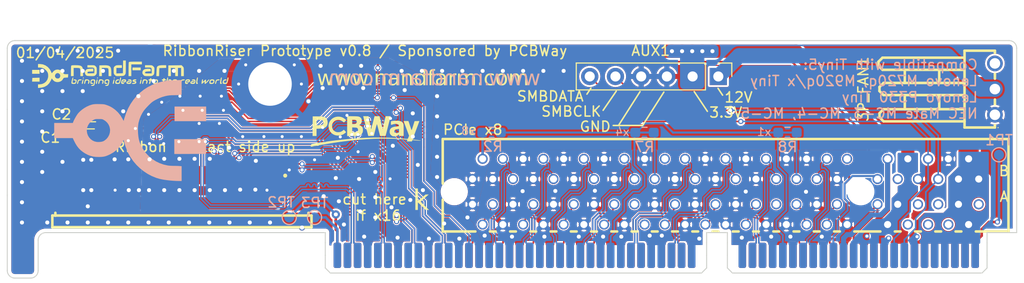
<source format=kicad_pcb>
(kicad_pcb (version 20240108) (generator "pcbnew") (generator_version "8.0")
  (title_block (title "Tinyriser v2") (date "2023-12-28") (company "WifiCable") (comment 4 "nya"))
  (layers (0 "F.Cu" signal) (1 "In1.Cu" signal) (2 "In2.Cu" signal) (31 "B.Cu" signal) (34 "B.Paste" user) (35 "F.Paste" user) (36 "B.SilkS" user "B.Silkscreen") (37 "F.SilkS" user "F.Silkscreen") (38 "B.Mask" user) (39 "F.Mask" user) (44 "Edge.Cuts" user))
  (net 0 "")
  (net 1 "GND")
  (net 3 "PERST#")
  (net 4 "+3V3")
  (net 5 "PCIe_PCH_CLKREQ#")
  (net 6 "PCIe_CPU_CLKREQ#")
  (net 7 "PCIe_CPU_Tx0+")
  (net 8 "PCIe_CPU_Tx0-")
  (net 9 "PCIe_CPU_Tx1+")
  (net 10 "PCIe_CPU_Tx1-")
  (net 11 "PCIe_CPU_Tx2+")
  (net 12 "PCIe_CPU_Tx2-")
  (net 13 "PCIe_CPU_Tx3+")
  (net 14 "PCIe_CPU_Tx3-")
  (net 15 "PCIe_CPU_Tx4+")
  (net 16 "PCIe_CPU_Tx4-")
  (net 17 "PCIe_CPU_Tx5+")
  (net 18 "PCIe_CPU_Tx5-")
  (net 19 "PCIe_CPU_Tx6+")
  (net 20 "PCIe_CPU_Tx6-")
  (net 21 "PCIe_CPU_Tx7+")
  (net 22 "PCIe_CPU_Tx7-")
  (net 23 "PCIe_CPU_Rx0+")
  (net 24 "PCIe_CPU_Rx0-")
  (net 25 "PCIe_CPU_Rx1+")
  (net 26 "PCIe_CPU_Rx1-")
  (net 27 "PCIe_CPU_Rx2-")
  (net 28 "PCIe_CPU_Rx2+")
  (net 29 "PCIe_CPU_Rx3-")
  (net 30 "PCIe_CPU_Rx3+")
  (net 31 "PCIe_CPU_Rx4-")
  (net 32 "PCIe_CPU_Rx4+")
  (net 33 "PCIe_CPU_Rx5+")
  (net 34 "PCIe_CPU_Rx5-")
  (net 35 "PCIe_CPU_Rx6+")
  (net 36 "PCIe_CPU_Rx6-")
  (net 37 "PCIe_CPU_Rx7+")
  (net 38 "PCIe_CPU_Rx7-")
  (net 39 "Net-(J4-GPU_MACO_EN)")
  (net 40 "Net-(J4-GPU_PWR_EN)")
  (net 41 "Net-(J4-PCIE_SOLT_A60)")
  (net 42 "SMBCLK")
  (net 43 "PCIe_PCH_Tx3-")
  (net 44 "PCIe_PCH_Tx3+")
  (net 45 "PCIe_PCH_Tx1-")
  (net 46 "PCIe_PCH_Tx1+")
  (net 47 "PCIe_PCH_Rx2+")
  (net 48 "PCIe_PCH_Rx2-")
  (net 49 "PCIe_PCH_Rx1-")
  (net 50 "PCIe_PCH_Rx1+")
  (net 51 "PCIe_PCH_REFCLK-")
  (net 52 "PCIe_PCH_REFCLK+")
  (net 53 "PCIe_PCH_Tx2-")
  (net 54 "PCIe_PCH_Tx2+")
  (net 55 "PCIe_PCH_Tx0-")
  (net 56 "PCIe_PCH_Tx0+")
  (net 57 "PCIe_PCH_Rx3-")
  (net 58 "PCIe_PCH_Rx3+")
  (net 59 "PCIe_PCH_Rx0-")
  (net 60 "PCIe_PCH_Rx0+")
  (net 61 "SMBDATA")
  (net 62 "WAKE#")
  (net 63 "+12V")
  (net 64 "+3V3_S5")
  (net 65 "PCIe_CPU_REFCLK+")
  (net 66 "PCIe_CPU_REFCLK-")
  (footprint "LCSCimported:Nandfarm_logo_and_text_small" (layer "F.Cu") (at 64.721784 122.863372)
    (property "Reference" "G***" (hide yes))
    (property "Value" "LOGO" (hide yes))
  )
  (footprint "LCSCimported:CONN-TH_2510-3AW" (layer "F.Cu") (at 150.1 124.3 -90)
    (property "Reference" "3P_FAN1")
    (property "Value" "2510-3AW_C22451143")
  )
  (footprint "Capacitor_SMD:C_0805_2012Metric_Pad1.18x1.45mm_HandSolder" (layer "F.Cu") (at 61.0125 126.8 180)
    (property "Reference" "C2")
    (property "Value" "100n")
  )
  (footprint "Capacitor_SMD:C_1206_3216Metric_Pad1.33x1.80mm_HandSolder" (layer "F.Cu") (at 60.4375 129.15 180)
    (property "Reference" "C1")
    (property "Value" "47u")
  )
  (footprint "Connector_PinHeader_2.54mm:PinHeader_1x06_P2.54mm_Vertical" (layer "F.Cu") (at 122.78 123.05 -90)
    (property "Reference" "AUX1")
    (property "Value" "Conn_01x06")
  )
  (footprint "LCSCimported:CONN-TH_98P-P1.00-V_3183-XXXXXPXT" (layer "F.Cu") (at 123.499873 134.449936 180)
    (property "Reference" "J1" (hide yes))
    (property "Value" "Bus_PCI_Express_x8")
  )
  (footprint "LCSCimported:pcbway_12mm" (layer "F.Cu") (at 87.9 128.4)
    (property "Reference" "G***" (hide yes))
    (property "Value" "LOGO" (hide yes))
  )
  (footprint "importedlibs:FPC-SMD_40P-P0.50_HC-FPC-0.5-40P-CSH20" (layer "F.Cu") (at 69.8 133.761481)
    (property "Reference" "U1" (hide yes))
    (property "Value" "HC-FPC-0_5-40P-CSH20" (hide yes))
  )
  (footprint "MountingHole:MountingHole_4.3mm_M4_ISO7380_Pad_TopOnly" (layer "B.Cu") (at 78.5 123.8 180)
    (property "Reference" "H1" (hide yes))
    (property "Value" "MountingHole_Pad" (hide yes))
  )
  (footprint "Resistor_SMD:R_0603_1608Metric_Pad0.98x0.95mm_HandSolder" (layer "B.Cu") (at 129.6125 128.6)
    (property "Reference" "R8")
    (property "Value" "0R" (hide yes))
  )
  (footprint "TestPoint:TestPoint_Pad_D1.0mm" (layer "B.Cu") (at 80.4 137 180)
    (property "Reference" "TP2")
    (property "Value" "GPU_MACO_EN" (hide yes))
  )
  (footprint "Resistor_SMD:R_0603_1608Metric_Pad0.98x0.95mm_HandSolder" (layer "B.Cu") (at 115.4875 128.6)
    (property "Reference" "R7")
    (property "Value" "0R" (hide yes))
  )
  (footprint "LCSCimported:TinyRiser_connector" (layer "B.Cu") (at 122.96 137 180)
    (property "Reference" "J4" (hide yes))
    (property "Value" "~" (hide yes))
    (fp_line (start 39 -2.5) (end 39 -1.5) (stroke (width 0.1)) (layer "Edge.Cuts"))
    (fp_line (start 39 -3.75) (end 39 -2.5) (stroke (width 0.1)) (layer "Edge.Cuts"))
    (fp_line (start 39 -3.75) (end 39 -5) (stroke (width 0.1)) (layer "Edge.Cuts"))
    (fp_line (start 39 -5) (end 38.5 -5.5) (stroke (width 0.1)) (layer "Edge.Cuts"))
    (fp_line (start 38.5 -5.5) (end 2.81 -5.5) (stroke (width 0.1)) (layer "Edge.Cuts"))
    (fp_line (start 1.835 -5.5) (end 2.81 -5.5) (stroke (width 0.1)) (layer "Edge.Cuts"))
    (fp_line (start 1.335 -1.5) (end 1.335 -2.5) (stroke (width 0.1)) (layer "Edge.Cuts"))
    (fp_line (start 1.335 -3.75) (end 1.335 -2.5) (stroke (width 0.1)) (layer "Edge.Cuts"))
    (fp_line (start 1.335 -3.75) (end 1.335 -5) (stroke (width 0.1)) (layer "Edge.Cuts"))
    (fp_line (start 1.335 -5) (end 1.835 -5.5) (stroke (width 0.1)) (layer "Edge.Cuts"))
    (fp_line (start -0.715 -1.5) (end 1.335 -1.5) (stroke (width 0.1)) (layer "Edge.Cuts"))
    (fp_line (start -0.715 -2.5) (end -0.715 -1.5) (stroke (width 0.1)) (layer "Edge.Cuts"))
    (fp_line (start -0.715 -3.75) (end -0.715 -2.5) (stroke (width 0.1)) (layer "Edge.Cuts"))
    (fp_line (start -0.715 -3.75) (end -0.715 -5) (stroke (width 0.1)) (layer "Edge.Cuts"))
    (fp_line (start -0.715 -5) (end -1.215 -5.5) (stroke (width 0.1)) (layer "Edge.Cuts"))
    (fp_line (start -1.215 -5.5) (end -2.19 -5.5) (stroke (width 0.1)) (layer "Edge.Cuts"))
    (fp_line (start -2.19 -5.5) (end -25.19 -5.5) (stroke (width 0.1)) (layer "Edge.Cuts"))
    (fp_line (start -25.865 -5.5) (end -25.19 -5.5) (stroke (width 0.1)) (layer "Edge.Cuts"))
    (fp_line (start -26.365 -2.5) (end -26.365 -1.5) (stroke (width 0.1)) (layer "Edge.Cuts"))
    (fp_line (start -26.365 -3.75) (end -26.365 -2.5) (stroke (width 0.1)) (layer "Edge.Cuts"))
    (fp_line (start -26.365 -3.75) (end -26.365 -5) (stroke (width 0.1)) (layer "Edge.Cuts"))
    (fp_line (start -26.365 -5) (end -25.865 -5.5) (stroke (width 0.1)) (layer "Edge.Cuts"))
  )
  (footprint "TestPoint:TestPoint_Pad_D1.0mm" (layer "B.Cu") (at 82.9 137 180)
    (property "Reference" "TP3")
    (property "Value" "GPU_PWR_EN" (hide yes))
  )
  (footprint "LCSCimported:Nandfarm_logo_ultra_small" (layer "B.Cu") (at 64.7 128.4 90)
    (property "Reference" "G***" (hide yes))
    (property "Value" "LOGO" (hide yes))
  )
  (footprint "Resistor_SMD:R_0603_1608Metric_Pad0.98x0.95mm_HandSolder" (layer "B.Cu") (at 100.3875 128.6 180)
    (property "Reference" "R2")
    (property "Value" "0R" (hide yes))
  )
  (footprint "TestPoint:TestPoint_Pad_D1.0mm" (layer "B.Cu") (at 150.5 130.8 180)
    (property "Reference" "TP1")
    (property "Value" "PCIE_SOLT_A60" (hide yes))
  )
  (gr_line (start 112.4 127.9) (end 115.3 127.9) (stroke (width 0.15)) (layer "F.SilkS"))
  (gr_line (start 122.75 124.225) (end 123.2 124.9) (stroke (width 0.15)) (layer "F.SilkS"))
  (gr_line (start 112.95 127.85) (end 115.05 124.55) (stroke (width 0.15)) (layer "F.SilkS"))
  (gr_line (start 115.3 127.9) (end 117.4 124.6) (stroke (width 0.15)) (layer "F.SilkS"))
  (gr_line (start 120.4 124.55) (end 121.7 126.5) (stroke (width 0.15)) (layer "F.SilkS"))
  (gr_line (start 111.4 126.4) (end 112.7 124.5) (stroke (width 0.15)) (layer "F.SilkS"))
  (gr_line (start 109.8 124.8) (end 110.2 124.2) (stroke (width 0.15)) (layer "F.SilkS"))
  (gr_arc (start 55.6 142.25) (mid 55.38033 142.78033) (end 54.85 143) (stroke (width 0.1)) (layer "Edge.Cuts"))
  (gr_arc (start 151.5 119.5) (mid 152.03033 119.71967) (end 152.25 120.25) (stroke (width 0.1)) (layer "Edge.Cuts"))
  (gr_arc (start 52.55 120.25) (mid 52.76967 119.71967) (end 53.3 119.5) (stroke (width 0.1)) (layer "Edge.Cuts"))
  (gr_line (start 152.25 138.5) (end 152.25 120.25) (stroke (width 0.1)) (layer "Edge.Cuts"))
  (gr_line (start 151.5 119.5) (end 53.3 119.5) (stroke (width 0.1)) (layer "Edge.Cuts"))
  (gr_arc (start 53.3 143) (mid 52.76967 142.78033) (end 52.55 142.25) (stroke (width 0.1)) (layer "Edge.Cuts"))
  (gr_arc (start 55.6 139.25) (mid 55.81967 138.71967) (end 56.35 138.5) (stroke (width 0.1)) (layer "Edge.Cuts"))
  (gr_line (start 55.6 139.25) (end 55.6 142.25) (stroke (width 0.1)) (layer "Edge.Cuts"))
  (gr_line (start 56.35 138.5) (end 83.96 138.5) (stroke (width 0.1)) (layer "Edge.Cuts"))
  (gr_line (start 52.55 126.3) (end 52.55 134.8) (stroke (width 0.1)) (layer "Edge.Cuts"))
  (gr_line (start 149.325 138.5) (end 152.25 138.5) (stroke (width 0.1)) (layer "Edge.Cuts"))
  (gr_line (start 52.55 126.3) (end 52.55 120.25) (stroke (width 0.1)) (layer "Edge.Cuts"))
  (gr_line (start 52.55 142.25) (end 52.55 134.8) (stroke (width 0.1)) (layer "Edge.Cuts"))
  (gr_line (start 54.85 143) (end 53.3 143) (stroke (width 0.1)) (layer "Edge.Cuts"))
  (gr_text "x4" (at 113.3 129 0) (layer "B.SilkS") (effects (font (size 0.8 0.8) (thickness 0.11)) (justify bottom mirror)))
  (gr_text "www.nandfarm.com" (at 105.22 124.17 -0) (layer "B.SilkS") (effects (font (size 1.5 1.5)) (justify left bottom mirror)))
  (gr_text "Compatible with Tiny5:\nLenovo M720q, M920q/x Tiny\nLenovo P330 Tiny\nNEC Mate MC-3, MC-4, MC-5" (at 148.5 127.3 0) (layer "B.SilkS") (effects (font (size 1 1)) (justify left bottom mirror)))
  (gr_text "x1" (at 127.3 129 0) (layer "B.SilkS") (effects (font (size 0.8 0.8) (thickness 0.11)) (justify bottom mirror)))
  (gr_text "x8" (at 98.1 128.9 0) (layer "B.SilkS") (effects (font (size 0.8 0.8) (thickness 0.11)) (justify bottom mirror)))
  (gr_text "PCIe x8 " (at 95.5 128.9 0) (layer "F.SilkS") (effects (font (size 1 1)) (justify left bottom)))
  (gr_text "RibbonRiser Prototype v0.8 / Sponsored by PCBWay" (at 67.8 121.1 0) (layer "F.SilkS") (effects (font (size 1 1)) (justify left bottom)))
  (gr_text "Ribbon contact side up" (at 63.1 130.6 0) (layer "F.SilkS") (effects (font (size 1 1)) (justify left bottom)))
  (gr_text "3.3V" (at 121.8 127.2 0) (layer "F.SilkS") (effects (font (size 1 1)) (justify left bottom)))
  (gr_text "SMBDATA" (at 102.8 125.6 0) (layer "F.SilkS") (effects (font (size 1 1)) (justify left bottom)))
  (gr_text "cut here \nif x16" (at 89.2 137.4 0) (layer "F.SilkS") (effects (font (size 1 1)) (justify bottom)))
  (gr_text "k" (at 92.6 136.6 0) (layer "F.SilkS") (effects (font (size 2 2)) (justify left bottom)))
  (gr_text "GND" (at 109 128.6 0) (layer "F.SilkS") (effects (font (size 1 1)) (justify left bottom)))
  (gr_text "SMBCLK" (at 105.2 127.1 0) (layer "F.SilkS") (effects (font (size 1 1)) (justify left bottom)))
  (gr_text "12V" (at 123.3 125.7 0) (layer "F.SilkS") (effects (font (size 1 1)) (justify left bottom)))
  (gr_text "01/04/2025" (at 53.3 121.3 0) (layer "F.SilkS") (effects (font (size 1 1)) (justify left bottom)))
  (gr_text "www.nandfarm.com" (at 83.12 124.17 0) (layer "F.SilkS") (effects (font (size 1.5 1.5)) (justify left bottom)))
  (segment (start 135.15 138.807106) (end 135.5 138.457106) (width 0.5) (layer "F.Cu") (net 1))
  (segment (start 88.15 139.25) (end 87.8 138.9) (width 0.5) (layer "F.Cu") (net 1))
  (segment (start 135.15 140.75) (end 135.15 138.807106) (width 0.5) (layer "F.Cu") (net 1))
  (segment (start 113.15 138.95) (end 113.2 138.9) (width 0.4) (layer "F.Cu") (net 1))
  (segment (start 113.15 140.75) (end 113.15 138.95) (width 0.4) (layer "F.Cu") (net 1))
  (segment (start 137.15 139.15) (end 137.45 138.85) (width 0.5) (layer "F.Cu") (net 1))
  (segment (start 137.15 140.75) (end 137.15 139.15) (width 0.5) (layer "F.Cu") (net 1))
  (segment (start 88.15 140.75) (end 88.15 139.25) (width 0.5) (layer "F.Cu") (net 1))
  (segment (start 135.5 138.457106) (end 135.5 137.75) (width 0.5) (layer "F.Cu") (net 1))
  (via (at 85.8 137.7) (size 0.6) (drill 0.4) (layers "F.Cu" "B.Cu") (net 1))
  (via (at 63.15 131.25) (size 0.6) (drill 0.4) (layers "F.Cu" "B.Cu") (net 1))
  (via (at 71.5 122.5) (size 0.6) (drill 0.4) (layers "F.Cu" "B.Cu") (net 1))
  (via (at 54 123.5) (size 0.6) (drill 0.4) (layers "F.Cu" "B.Cu") (net 1))
  (via (at 82.9 131.3) (size 0.5) (drill 0.3) (layers "F.Cu" "B.Cu") (net 1))
  (via (at 97.5 122.5) (size 0.6) (drill 0.4) (layers "F.Cu" "B.Cu") (net 1))
  (via (at 91.1 139) (size 0.6) (drill 0.4) (layers "F.Cu" "B.Cu") (net 1))
  (via (at 65.5 125) (size 0.6) (drill 0.4) (layers "F.Cu" "B.Cu") (net 1))
  (via (at 65.55 134.3) (size 0.6) (drill 0.4) (layers "F.Cu" "B.Cu") (net 1))
  (via (at 69 122.5) (size 0.6) (drill 0.4) (layers "F.Cu" "B.Cu") (net 1))
  (via (at 57.5 120.5) (size 0.6) (drill 0.4) (layers "F.Cu" "B.Cu") (net 1))
  (via (at 95.7 137.6) (size 0.6) (drill 0.4) (layers "F.Cu" "B.Cu") (net 1))
  (via (at 64.5 137.5) (size 0.6) (drill 0.4) (layers "F.Cu" "B.Cu") (net 1))
  (via (at 60.5 137.5) (size 0.6) (drill 0.4) (layers "F.Cu" "B.Cu") (net 1))
  (via (at 69.9 126.4) (size 0.5) (drill 0.3) (layers "F.Cu" "B.Cu") (net 1))
  (via (at 88.9 135) (size 0.6) (drill 0.4) (layers "F.Cu" "B.Cu") (net 1))
  (via (at 74.46 130.1) (size 0.6) (drill 0.4) (layers "F.Cu" "B.Cu") (net 1))
  (via (at 85.5 122) (size 0.6) (drill 0.4) (layers "F.Cu" "B.Cu") (net 1))
  (via (at 54 133.5) (size 0.6) (drill 0.4) (layers "F.Cu" "B.Cu") (net 1))
  (via (at 78.2 134.3) (size 0.5) (drill 0.3) (layers "F.Cu" "B.Cu") (net 1))
  (via (at 86.1 126.9) (size 0.5) (drill 0.3) (layers "F.Cu" "B.Cu") (net 1))
  (via (at 105.5 122.5) (size 0.6) (drill 0.4) (layers "F.Cu" "B.Cu") (net 1))
  (via (at 87.2 130.5) (size 0.5) (drill 0.3) (layers "F.Cu" "B.Cu") (net 1))
  (via (at 81.6 123.8) (size 0.5) (drill 0.3) (layers "F.Cu" "B.Cu") (net 1))
  (via (at 58 131.5) (size 0.6) (drill 0.4) (layers "F.Cu" "B.Cu") (net 1))
  (via (at 54 131.5) (size 0.6) (drill 0.4) (layers "F.Cu" "B.Cu") (net 1))
  (via (at 85.3 135.4) (size 0.6) (drill 0.4) (layers "F.Cu" "B.Cu") (net 1))
  (via (at 67 123.5) (size 0.6) (drill 0.4) (layers "F.Cu" "B.Cu") (net 1))
  (via (at 80.4 132.3) (size 0.5) (drill 0.3) (layers "F.Cu" "B.Cu") (net 1))
  (via (at 73.5 127.7) (size 0.5) (drill 0.3) (layers "F.Cu" "B.Cu") (net 1))
  (via (at 109 138.9) (size 0.6) (drill 0.4) (layers "F.Cu" "B.Cu") (net 1))
  (via (at 63.2 134.3) (size 0.5) (drill 0.3) (layers "F.Cu" "B.Cu") (net 1))
  (via (at 111.4 138.9) (size 0.6) (drill 0.4) (layers "F.Cu" "B.Cu") (net 1))
  (via (at 62 122.5) (size 0.6) (drill 0.4) (layers "F.Cu" "B.Cu") (net 1))
  (via (at 88.9 137) (size 0.6) (drill 0.4) (layers "F.Cu" "B.Cu") (net 1))
  (via (at 63.5 120.5) (size 0.6) (drill 0.4) (layers "F.Cu" "B.Cu") (net 1))
  (via (at 71.5 127.7) (size 0.5) (drill 0.3) (layers "F.Cu" "B.Cu") (net 1))
  (via (at 90.4 127.2) (size 0.5) (drill 0.3) (layers "F.Cu" "B.Cu") (net 1))
  (via (at 56.5 137.5) (size 0.6) (drill 0.4) (layers "F.Cu" "B.Cu") (net 1))
  (via (at 75.55 134.25) (size 0.6) (drill 0.4) (layers "F.Cu" "B.Cu") (net 1))
  (via (at 128 138.9) (size 0.6) (drill 0.4) (layers "F.Cu" "B.Cu") (net 1))
  (via (at 72.5 137.5) (size 0.6) (drill 0.4) (layers "F.Cu" "B.Cu") (net 1))
  (via (at 79.7 129) (size 0.5) (drill 0.3) (layers "F.Cu" "B.Cu") (net 1))
  (via (at 58 122.5) (size 0.6) (drill 0.4) (layers "F.Cu" "B.Cu") (net 1))
  (via (at 54 129.5) (size 0.6) (drill 0.4) (layers "F.Cu" "B.Cu") (net 1))
  (via (at 68.05 134.3) (size 0.6) (drill 0.4) (layers "F.Cu" "B.Cu") (net 1))
  (via (at 66.6 131.25) (size 0.6) (drill 0.4) (layers "F.Cu" "B.Cu") (net 1))
  (via (at 116 138.8) (size 0.6) (drill 0.4) (layers "F.Cu" "B.Cu") (net 1))
  (via (at 99.7 138.8) (size 0.6) (drill 0.4) (layers "F.Cu" "B.Cu") (net 1))
  (via (at 71.8 126.4) (size 0.5) (drill 0.3) (layers "F.Cu" "B.Cu") (net 1))
  (via (at 74.05 134.3) (size 0.6) (drill 0.4) (layers "F.Cu" "B.Cu") (net 1))
  (via (at 60 124.5) (size 0.6) (drill 0.4) (layers "F.Cu" "B.Cu") (net 1))
  (via (at 64.5 131.25) (size 0.6) (drill 0.4) (layers "F.Cu" "B.Cu") (net 1))
  (via (at 85 133.1) (size 0.6) (drill 0.4) (layers "F.Cu" "B.Cu") (net 1))
  (via (at 77.1 131.4) (size 0.6) (drill 0.4) (layers "F.Cu" "B.Cu") (net 1))
  (via (at 72.55 131.2) (size 0.6) (drill 0.4) (layers "F.Cu" "B.Cu") (net 1))
  (via (at 74 122.5) (size 0.6) (drill 0.4) (layers "F.Cu" "B.Cu") (net 1))
  (via (at 90.36 133.18) (size 0.5) (drill 0.3) (layers "F.Cu" "B.Cu") (net 1))
  (via (at 55.5 120.5) (size 0.6) (drill 0.4) (layers "F.Cu" "B.Cu") (net 1))
  (via (at 56 126.5) (size 0.6) (drill 0.4) (layers "F.Cu" "B.Cu") (net 1))
  (via (at 56 130.5) (size 0.6) (drill 0.4) (layers "F.Cu" "B.Cu") (net 1))
  (via (at 116.5 134.36) (size 0.6) (drill 0.4) (layers "F.Cu" "B.Cu") (net 1))
  (via (at 87.5 122) (size 0.6) (drill 0.4) (layers "F.Cu" "B.Cu") (net 1))
  (via (at 95 129) (size 0.6) (drill 0.4) (layers "F.Cu" "B.Cu") (net 1))
  (via (at 139.6 139.05) (size 0.5) (drill 0.3) (layers "F.Cu" "B.Cu") (net 1))
  (via (at 120.52 134.36) (size 0.6) (drill 0.4) (layers "F.Cu" "B.Cu") (net 1))
  (via (at 71.05 134.3) (size 0.6) (drill 0.4) (layers "F.Cu" "B.Cu") (net 1))
  (via (at 73.7 125) (size 0.5) (drill 0.3) (layers "F.Cu" "B.Cu") (net 1))
  (via (at 85.7 124.2) (size 0.6) (drill 0.4) (layers "F.Cu" "B.Cu") (net 1))
  (via (at 73.9 126.4) (size 0.5) (drill 0.3) (layers "F.Cu" "B.Cu") (net 1))
  (via (at 68.05 131.2) (size 0.6) (drill 0.4) (layers "F.Cu" "B.Cu") (net 1))
  (via (at 58 126.5) (size 0.6) (drill 0.4) (layers "F.Cu" "B.Cu") (net 1))
  (via (at 92.6 129) (size 0.6) (drill 0.4) (layers "F.Cu" "B.Cu") (net 1))
  (via (at 56 124.5) (size 0.6) (drill 0.4) (layers "F.Cu" "B.Cu") (net 1))
  (via (at 64.55 134.3) (size 0.6) (drill 0.4) (layers "F.Cu" "B.Cu") (net 1))
  (via (at 110.59 134.36) (size 0.6) (drill 0.4) (layers "F.Cu" "B.Cu") (net 1))
  (via (at 90.5 136) (size 0.6) (drill 0.4) (layers "F.Cu" "B.Cu") (net 1))
  (via (at 69.5 129.5) (size 0.5) (drill 0.3) (layers "F.Cu" "B.Cu") (net 1))
  (via (at 120.9 139.1) (size 0.6) (drill 0.4) (layers "F.Cu" "B.Cu") (net 1))
  (via (at 88.9 132.5) (size 0.6) (drill 0.4) (layers "F.Cu" "B.Cu") (net 1))
  (via (at 78.5 137.5) (size 0.6) (drill 0.4) (layers "F.Cu" "B.Cu") (net 1))
  (via (at 92.6 126.7) (size 0.6) (drill 0.4) (layers "F.Cu" "B.Cu") (net 1))
  (via (at 60.85 131.3) (size 0.6) (drill 0.4) (layers "F.Cu" "B.Cu") (net 1))
  (via (at 76.5 137.5) (size 0.6) (drill 0.4) (layers "F.Cu" "B.Cu") (net 1))
  (via (at 85.2 131.1) (size 0.6) (drill 0.4) (layers "F.Cu" "B.Cu") (net 1))
  (via (at 83.7 128.1) (size 0.5) (drill 0.3) (layers "F.Cu" "B.Cu") (net 1))
  (via (at 107.5 122.5) (size 0.6) (drill 0.4) (layers "F.Cu" "B.Cu") (net 1))
  (via (at 60 122.5) (size 0.6) (drill 0.4) (layers "F.Cu" "B.Cu") (net 1))
  (via (at 88.55 128.69) (size 0.5) (drill 0.3) (layers "F.Cu" "B.Cu") (net 1))
  (via (at 54 135.5) (size 0.6) (drill 0.4) (layers "F.Cu" "B.Cu") (net 1))
  (via (at 93.6 134.3) (size 0.6) (drill 0.4) (layers "F.Cu" "B.Cu") (net 1))
  (via (at 72.55 134.3) (size 0.6) (drill 0.4) (layers "F.Cu" "B.Cu") (net 1))
  (via (at 87.4 136.4) (size 0.6) (drill 0.4) (layers "F.Cu" "B.Cu") (net 1))
  (via (at 74.5 137.5) (size 0.6) (drill 0.4) (layers "F.Cu" "B.Cu") (net 1))
  (via (at 76.1 121.9) (size 0.5) (drill 0.3) (layers "F.Cu" "B.Cu") (net 1))
  (via (at 54 127.5) (size 0.6) (drill 0.4) (layers "F.Cu" "B.Cu") (net 1))
  (via (at 66.55 134.3) (size 0.6) (drill 0.4) (layers "F.Cu" "B.Cu") (net 1))
  (via (at 69.6 125) (size 0.5) (drill 0.3) (layers "F.Cu" "B.Cu") (net 1))
  (via (at 56 122.5) (size 0.6) (drill 0.4) (layers "F.Cu" "B.Cu") (net 1))
  (via (at 58 124.5) (size 0.6) (drill 0.4) (layers "F.Cu" "B.Cu") (net 1))
  (via (at 91.5 122.5) (size 0.6) (drill 0.4) (layers "F.Cu" "B.Cu") (net 1))
  (via (at 101.5 122.5) (size 0.6) (drill 0.4) (layers "F.Cu" "B.Cu") (net 1))
  (via (at 64 126.5) (size 0.6) (drill 0.4) (layers "F.Cu" "B.Cu") (net 1))
  (via (at 56 128.5) (size 0.6) (drill 0.4) (layers "F.Cu" "B.Cu") (net 1))
  (via (at 87.8 138.9) (size 0.6) (drill 0.4) (layers "F.Cu" "B.Cu") (net 1))
  (via (at 129.9 138.9) (size 0.6) (drill 0.4) (layers "F.Cu" "B.Cu") (net 1))
  (via (at 68.5 137.5) (size 0.6) (drill 0.4) (layers "F.Cu" "B.Cu") (net 1))
  (via (at 131.44 134.46) (size 0.6) (drill 0.4) (layers "F.Cu" "B.Cu") (net 1))
  (via (at 92.36 135.27) (size 0.6) (drill 0.4) (layers "F.Cu" "B.Cu") (net 1))
  (via (at 142.4 138.9) (size 0.5) (drill 0.3) (layers "F.Cu" "B.Cu") (net 1))
  (via (at 93.5 122.5) (size 0.6) (drill 0.4) (layers "F.Cu" "B.Cu") (net 1))
  (via (at 66.5 126.8) (size 0.5) (drill 0.3) (layers "F.Cu" "B.Cu") (net 1))
  (via (at 69.55 134.3) (size 0.6) (drill 0.4) (layers "F.Cu" "B.Cu") (net 1))
  (via (at 66.5 137.5) (size 0.6) (drill 0.4) (layers "F.Cu" "B.Cu") (net 1))
  (via (at 106.68 134.38) (size 0.6) (drill 0.4) (layers "F.Cu" "B.Cu") (net 1))
  (via (at 62.5 137.5) (size 0.6) (drill 0.4) (layers "F.Cu" "B.Cu") (net 1))
  (via (at 117.2 138.8) (size 0.6) (drill 0.4) (layers "F.Cu" "B.Cu") (net 1))
  (via (at 61.5 120.5) (size 0.6) (drill 0.4) (layers "F.Cu" "B.Cu") (net 1))
  (via (at 67.8 125.6) (size 0.5) (drill 0.3) (layers "F.Cu" "B.Cu") (net 1))
  (via (at 60.05 134.3) (size 0.6) (drill 0.4) (layers "F.Cu" "B.Cu") (net 1))
  (via (at 103.5 122.5) (size 0.6) (drill 0.4) (layers "F.Cu" "B.Cu") (net 1))
  (via (at 93.1 131.8) (size 0.6) (drill 0.4) (layers "F.Cu" "B.Cu") (net 1))
  (via (at 94.2 139.1) (size 0.6) (drill 0.4) (layers "F.Cu" "B.Cu") (net 1))
  (via (at 103.45 134.4) (size 0.6) (drill 0.4) (layers "F.Cu" "B.Cu") (net 1))
  (via (at 65.2 128.2) (size 0.5) (drill 0.3) (layers "F.Cu" "B.Cu") (net 1))
  (via (at 137.45 138.85) (size 0.5) (drill 0.3) (layers "F.Cu" "B.Cu") (net 1))
  (via (at 91.8 124.4) (size 0.6) (drill 0.4) (layers "F.Cu" "B.Cu") (net 1))
  (via (at 82.3 125.5) (size 0.6) (drill 0.4) (layers "F.Cu" "B.Cu") (net 1))
  (via (at 59.5 120.5) (size 0.6) (drill 0.4) (layers "F.Cu" "B.Cu") (net 1))
  (via (at 81.66 138) (size 0.6) (drill 0.4) (layers "F.Cu" "B.Cu") (net 1))
  (via (at 83.5 122) (size 0.6) (drill 0.4) (layers "F.Cu" "B.Cu") (net 1))
  (via (at 95 125) (size 0.6) (drill 0.4) (layers "F.Cu" "B.Cu") (net 1))
  (via (at 81.6 129) (size 0.5) (drill 0.3) (layers "F.Cu" "B.Cu") (net 1))
  (via (at 66.6 129.7) (size 0.5) (drill 0.3) (layers "F.Cu" "B.Cu") (net 1))
  (via (at 102.4 138.9) (size 0.6) (drill 0.4) (layers "F.Cu" "B.Cu") (net 1))
  (via (at 75.4 123.8) (size 0.5) (drill 0.3) (layers "F.Cu" "B.Cu") (net 1))
  (via (at 98 137) (size 0.6) (drill 0.4) (layers "F.Cu" "B.Cu") (net 1))
  (via (at 85.44 129.03) (size 0.5) (drill 0.3) (layers "F.Cu" "B.Cu") (net 1))
  (via (at 95 131) (size 0.6) (drill 0.4) (layers "F.Cu" "B.Cu") (net 1))
  (via (at 60.5 135.9) (size 0.6) (drill 0.4) (layers "F.Cu" "B.Cu") (net 1))
  (via (at 77.05 134.25) (size 0.6) (drill 0.4) (layers "F.Cu" "B.Cu") (net 1))
  (via (at 71.05 131.2) (size 0.6) (drill 0.4) (layers "F.Cu" "B.Cu") (net 1))
  (via (at 68 129.7) (size 0.5) (drill 0.3) (layers "F.Cu" "B.Cu") (net 1))
  (via (at 80.9 121.9) (size 0.5) (drill 0.3) (layers "F.Cu" "B.Cu") (net 1))
  (via (at 56 132.5) (size 0.6) (drill 0.4) (layers "F.Cu" "B.Cu") (net 1))
  (via (at 54 121.5) (size 0.6) (drill 0.4) (layers "F.Cu" "B.Cu") (net 1))
  (via (at 71.6 125) (size 0.5) (drill 0.3) (layers "F.Cu" "B.Cu") (net 1))
  (via (at 125.49 134.44) (size 0.6) (drill 0.4) (layers "F.Cu" "B.Cu") (net 1))
  (via (at 83.8 134.9) (size 0.6) (drill 0.4) (layers "F.Cu" "B.Cu") (net 1))
  (via (at 113.2 138.9) (size 0.6) (drill 0.4) (layers "F.Cu" "B.Cu") (net 1))
  (via (at 64.5 129.4) (size 0.5) (drill 0.3) (layers "F.Cu" "B.Cu") (net 1))
  (via (at 105.6 138.9) (size 0.6) (drill 0.4) (layers "F.Cu" "B.Cu") (net 1))
  (via (at 58.5 137.5) (size 0.6) (drill 0.4) (layers "F.Cu" "B.Cu") (net 1))
  (via (at 83.7 124.2) (size 0.6) (drill 0.4) (layers "F.Cu" "B.Cu") (net 1))
  (via (at 87.3 133.2) (size 0.6) (drill 0.4) (layers "F.Cu" "B.Cu") (net 1))
  (via (at 60.85 134.3) (size 0.6) (drill 0.4) (layers "F.Cu" "B.Cu") (net 1))
  (via (at 70.5 137.5) (size 0.6) (drill 0.4) (layers "F.Cu" "B.Cu") (net 1))
  (via (at 125.1 139) (size 0.6) (drill 0.4) (layers "F.Cu" "B.Cu") (net 1))
  (via (at 75.8 129) (size 0.5) (drill 0.3) (layers "F.Cu" "B.Cu") (net 1))
  (via (at 90.63 129.91) (size 0.6) (drill 0.4) (layers "F.Cu" "B.Cu") (net 1))
  (via (at 133 138.9) (size 0.6) (drill 0.4) (layers "F.Cu" "B.Cu") (net 1))
  (via (at 97.2 139.1) (size 0.6) (drill 0.4) (layers "F.Cu" "B.Cu") (net 1))
  (via (at 54 125.5) (size 0.6) (drill 0.4) (layers "F.Cu" "B.Cu") (net 1))
  (via (at 87.7 124.2) (size 0.6) (drill 0.4) (layers "F.Cu" "B.Cu") (net 1))
  (via (at 99.5 122.5) (size 0.6) (drill 0.4) (layers "F.Cu" "B.Cu") (net 1))
  (via (at 77.9 129) (size 0.5) (drill 0.3) (layers "F.Cu" "B.Cu") (net 1))
  (via (at 69.55 131.2) (size 0.6) (drill 0.4) (layers "F.Cu" "B.Cu") (net 1))
  (via (at 95 133) (size 0.6) (drill 0.4) (layers "F.Cu" "B.Cu") (net 1))
  (via (at 60.05 131.3) (size 0.6) (drill 0.4) (layers "F.Cu" "B.Cu") (net 1))
  (via (at 95 127) (size 0.6) (drill 0.4) (layers "F.Cu" "B.Cu") (net 1))
  (via (at 54 137.5) (size 0.6) (drill 0.4) (layers "F.Cu" "B.Cu") (net 1))
  (via (at 95.5 122.5) (size 0.6) (drill 0.4) (layers "F.Cu" "B.Cu") (net 1))
  (segment (start 88.15 140.75) (end 88.15 139.25) (width 0.5) (layer "B.Cu") (net 1))
  (segment (start 139.15 140.75) (end 139.15 139.5) (width 0.5) (layer "B.Cu") (net 1))
  (segment (start 113.15 138.95) (end 113.2 138.9) (width 0.4) (layer "B.Cu") (net 1))
  (segment (start 142.15 140.75) (end 142.15 139.15) (width 0.5) (layer "B.Cu") (net 1))
  (segment (start 139.15 139.5) (end 139.6 139.05) (width 0.5) (layer "B.Cu") (net 1))
  (segment (start 113.15 140.75) (end 113.15 138.95) (width 0.4) (layer "B.Cu") (net 1))
  (segment (start 111.15 140.75) (end 111.15 139.15) (width 0.4) (layer "B.Cu") (net 1))
  (segment (start 142.15 139.15) (end 142.4 138.9) (width 0.5) (layer "B.Cu") (net 1))
  (segment (start 111.15 139.15) (end 111.4 138.9) (width 0.4) (layer "B.Cu") (net 1))
  (segment (start 88.15 139.25) (end 87.8 138.9) (width 0.5) (layer "B.Cu") (net 1))
  (segment (start 136.349999 136.249999) (end 138.000001 136.249999) (width 0.2) (layer "F.Cu") (net 3))
  (segment (start 135.7 132.8) (end 135.7 133.23) (width 0.2) (layer "F.Cu") (net 3))
  (segment (start 137.65 129.2) (end 137.65 130.85) (width 0.2) (layer "F.Cu") (net 3))
  (segment (start 89.1 125.15) (end 83.95 125.15) (width 0.15) (layer "F.Cu") (net 3))
  (segment (start 136.15 138.807106) (end 136.15 140.75) (width 0.2) (layer "F.Cu") (net 3))
  (segment (start 66.049936 128.600064) (end 66.049936 132.811519) (width 0.15) (layer "F.Cu") (net 3))
  (segment (start 89.15 122.2) (end 89.15 121.85) (width 0.2) (layer "F.Cu") (net 3))
  (segment (start 135.25 133.68) (end 135.25 135.15) (width 0.2) (layer "F.Cu") (net 3))
  (segment (start 130.05 121.6) (end 137.65 129.2) (width 0.2) (layer "F.Cu") (net 3))
  (segment (start 138.000001 136.249999) (end 138.5 135.75) (width 0.2) (layer "F.Cu") (net 3))
  (segment (start 135.7 133.23) (end 135.25 133.68) (width 0.2) (layer "F.Cu") (net 3))
  (segment (start 81.6 127.5) (end 76.15 127.5) (width 0.15) (layer "F.Cu") (net 3))
  (segment (start 137.65 130.85) (end 135.7 132.8) (width 0.2) (layer "F.Cu") (net 3))
  (segment (start 138.5 136.457106) (end 136.15 138.807106) (width 0.2) (layer "F.Cu") (net 3))
  (segment (start 74.55 125.9) (end 68.75 125.9) (width 0.15) (layer "F.Cu") (net 3))
  (segment (start 83.95 125.15) (end 81.6 127.5) (width 0.15) (layer "F.Cu") (net 3))
  (segment (start 138.5 135.75) (end 138.5 136.457106) (width 0.2) (layer "F.Cu") (net 3))
  (segment (start 135.25 135.15) (end 136.349999 136.249999) (width 0.2) (layer "F.Cu") (net 3))
  (segment (start 89.15 121.85) (end 89.4 121.6) (width 0.2) (layer "F.Cu") (net 3))
  (segment (start 68.75 125.9) (end 66.049936 128.600064) (width 0.15) (layer "F.Cu") (net 3))
  (segment (start 76.15 127.5) (end 74.55 125.9) (width 0.15) (layer "F.Cu") (net 3))
  (segment (start 89.4 121.6) (end 130.05 121.6) (width 0.2) (layer "F.Cu") (net 3))
  (via (at 89.1 125.15) (size 0.5) (drill 0.3) (layers "F.Cu" "B.Cu") (net 3))
  (via (at 89.15 122.2) (size 0.5) (drill 0.3) (layers "F.Cu" "B.Cu") (net 3))
  (segment (start 89.15 125.1) (end 89.1 125.15) (width 0.15) (layer "B.Cu") (net 3))
  (segment (start 89.15 122.2) (end 89.15 125.1) (width 0.15) (layer "B.Cu") (net 3))
  (segment (start 139.3 129.05) (end 141.04 129.05) (width 1.3) (layer "F.Cu") (net 4))
  (segment (start 119.2 120.55) (end 120.2 120.55) (width 1.3) (layer "F.Cu") (net 4))
  (segment (start 62.049936 130.2) (end 62.049936 125.550064) (width 1.3) (layer "F.Cu") (net 4))
  (segment (start 79.05 135.1) (end 79.05 135.45) (width 0.3) (layer "F.Cu") (net 4))
  (segment (start 139.3 129.05) (end 139.25 129.05) (width 1.2) (layer "F.Cu") (net 4))
  (segment (start 62.049936 125.550064) (end 67.05 120.55) (width 1.3) (layer "F.Cu") (net 4))
  (segment (start 78.9 135.6) (end 79.05 135.45) (width 1.2) (layer "F.Cu") (net 4))
  (segment (start 62.550064 130.000128) (end 62.049936 129.5) (width 0.3) (layer "F.Cu") (net 4))
  (segment (start 62.049936 129.4) (end 62.049936 130.2) (width 0.2) (layer "F.Cu") (net 4))
  (segment (start 79.049936 135.099936) (end 79.049936 132.811519) (width 0.3) (layer "F.Cu") (net 4))
  (segment (start 62.550064 132.811519) (end 62.550064 130.000128) (width 0.3) (layer "F.Cu") (net 4))
  (segment (start 79.550064 135.599936) (end 79.550064 132.811519) (width 0.3) (layer "F.Cu") (net 4))
  (segment (start 79.05 135.45) (end 79.05 135.6) (width 0.3) (layer "F.Cu") (net 4))
  (segment (start 67.05 120.55) (end 118.2 120.55) (width 1.3) (layer "F.Cu") (net 4))
  (segment (start 141.5 129.51) (end 141.5 131.25) (width 1.3) (layer "F.Cu") (net 4))
  (segment (start 62.8 135.6) (end 62.049936 134.849936) (width 1.2) (layer "F.Cu") (net 4))
  (segment (start 122.2 120.55) (end 130.45 120.55) (width 1.3) (layer "F.Cu") (net 4))
  (segment (start 62.8 135.6) (end 78.9 135.6) (width 1.2) (layer "F.Cu") (net 4))
  (segment (start 62.049936 134.849936) (end 62.049936 132.811519) (width 1.2) (layer "F.Cu") (net 4))
  (segment (start 62.049936 129.5) (end 62.049936 130.2) (width 0.3) (layer "F.Cu") (net 4))
  (segment (start 130.45 120.55) (end 138.95 129.05) (width 1.3) (layer "F.Cu") (net 4))
  (segment (start 61.550064 132.811519) (end 61.550064 129.899872) (width 0.3) (layer "F.Cu") (net 4))
  (segment (start 120.2 120.55) (end 121.2 120.55) (width 1.3) (layer "F.Cu") (net 4))
  (segment (start 138.95 129.05) (end 139.25 129.05) (width 1.3) (layer "F.Cu") (net 4))
  (segment (start 141.04 129.05) (end 141.5 129.51) (width 1.3) (layer "F.Cu") (net 4))
  (segment (start 79.55 135.6) (end 79.550064 135.599936) (width 0.3) (layer "F.Cu") (net 4))
  (segment (start 61.550064 129.899872) (end 62.049936 129.4) (width 0.3) (layer "F.Cu") (net 4))
  (segment (start 79.049936 135.099936) (end 79.05 135.1) (width 0.3) (layer "F.Cu") (net 4))
  (segment (start 121.2 120.55) (end 122.2 120.55) (width 1.3) (layer "F.Cu") (net 4))
  (segment (start 118.2 120.55) (end 119.2 120.55) (width 1.3) (layer "F.Cu") (net 4))
  (segment (start 62.049936 132.811519) (end 62.049936 130.2) (width 1.2) (layer "F.Cu") (net 4))
  (via (at 121.2 120.55) (size 0.8) (drill 0.4) (layers "F.Cu" "B.Cu") (net 4))
  (via (at 118.2 120.55) (size 0.8) (drill 0.4) (layers "F.Cu" "B.Cu") (net 4))
  (via (at 122.2 120.55) (size 0.8) (drill 0.4) (layers "F.Cu" "B.Cu") (net 4))
  (via (at 119.2 120.55) (size 0.8) (drill 0.4) (layers "F.Cu" "B.Cu") (net 4))
  (via (at 120.2 120.55) (size 0.8) (drill 0.4) (layers "F.Cu" "B.Cu") (net 4))
  (segment (start 65.049936 129.100064) (end 65.049936 132.811519) (width 0.158) (layer "F.Cu") (net 5))
  (segment (start 88.6 124.85) (end 83.8 124.85) (width 0.158) (layer "F.Cu") (net 5))
  (segment (start 74.75 125.6) (end 68.55 125.6) (width 0.158) (layer "F.Cu") (net 5))
  (segment (start 81.45 127.2) (end 76.35 127.2) (width 0.158) (layer "F.Cu") (net 5))
  (segment (start 88.95 124.5) (end 88.6 124.85) (width 0.158) (layer "F.Cu") (net 5))
  (segment (start 76.35 127.2) (end 74.75 125.6) (width 0.158) (layer "F.Cu") (net 5))
  (segment (start 83.8 124.85) (end 81.45 127.2) (width 0.158) (layer "F.Cu") (net 5))
  (segment (start 90.7 125.15) (end 90.05 125.15) (width 0.158) (layer "F.Cu") (net 5))
  (segment (start 68.55 125.6) (end 65.049936 129.100064) (width 0.158) (layer "F.Cu") (net 5))
  (segment (start 90.05 125.15) (end 89.4 124.5) (width 0.158) (layer "F.Cu") (net 5))
  (segment (start 89.4 124.5) (end 88.95 124.5) (width 0.158) (layer "F.Cu") (net 5))
  (via (at 90.7 125.15) (size 0.5) (drill 0.3) (layers "F.Cu" "B.Cu") (net 5))
  (segment (start 94.75 134.45) (end 93.7 133.4) (width 0.158) (layer "B.Cu") (net 5))
  (segment (start 94.75 135.85) (end 94.75 134.45) (width 0.158) (layer "B.Cu") (net 5))
  (segment (start 98.15 138.75) (end 96.3 136.9) (width 0.158) (layer "B.Cu") (net 5))
  (segment (start 92.75 125.15) (end 90.7 125.15) (width 0.158) (layer "B.Cu") (net 5))
  (segment (start 96.3 136.9) (end 95.8 136.9) (width 0.158) (layer "B.Cu") (net 5))
  (segment (start 93.7 133.4) (end 93.7 126.1) (width 0.158) (layer "B.Cu") (net 5))
  (segment (start 93.7 126.1) (end 92.75 125.15) (width 0.158) (layer "B.Cu") (net 5))
  (segment (start 95.8 136.9) (end 94.75 135.85) (width 0.158) (layer "B.Cu") (net 5))
  (segment (start 98.15 140.75) (end 98.15 138.75) (width 0.158) (layer "B.Cu") (net 5))
  (segment (start 114.95 134.45) (end 114.35 134.45) (width 0.2) (layer "B.Cu") (net 6))
  (segment (start 116.5 128.6) (end 116.5 133.25) (width 0.2) (layer "B.Cu") (net 6))
  (segment (start 114.5 128.775) (end 114.5 131.8) (width 0.2) (layer "B.Cu") (net 6))
  (segment (start 129.5 136.3) (end 128.5 137.3) (width 0.2) (layer "B.Cu") (net 6))
  (segment (start 128.675 131.975) (end 129.5 132.8) (width 0.2) (layer "B.Cu") (net 6))
  (segment (start 115.5 132.8) (end 115.5 133.9) (width 0.2) (layer "B.Cu") (net 6))
  (segment (start 129.5 132.8) (end 129.5 136.3) (width 0.2) (layer "B.Cu") (net 6))
  (segment (start 99.5 128.6) (end 99.5 131.25) (width 0.25) (layer "B.Cu") (net 6))
  (segment (start 130.5 128.6) (end 130.5 133.25) (width 0.2) (layer "B.Cu") (net 6))
  (segment (start 112.5 138.5) (end 112.15 138.85) (width 0.2) (layer "B.Cu") (net 6))
  (segment (start 128.5 137.3) (end 128.5 138.1) (width 0.2) (layer "B.Cu") (net 6))
  (segment (start 117.4 127.7) (end 115.575 127.7) (width 0.2) (layer "B.Cu") (net 6))
  (segment (start 114.5 131.8) (end 115.5 132.8) (width 0.2) (layer "B.Cu") (net 6))
  (segment (start 129.15 138.75) (end 129.15 140.75) (width 0.2) (layer "B.Cu") (net 6))
  (segment (start 115.575 127.7) (end 114.675 128.6) (width 0.2) (layer "B.Cu") (net 6))
  (segment (start 128.675 128.6) (end 130.5 128.6) (width 0.2) (layer "B.Cu") (net 6))
  (segment (start 116.5 128.6) (end 114.675 128.6) (width 0.2) (layer "B.Cu") (net 6))
  (segment (start 114.675 128.6) (end 101.3 128.6) (width 0.2) (layer "B.Cu") (net 6))
  (segment (start 128.5 138.1) (end 129.15 138.75) (width 0.2) (layer "B.Cu") (net 6))
  (segment (start 115.5 133.9) (end 114.95 134.45) (width 0.2) (layer "B.Cu") (net 6))
  (segment (start 113.5 135.3) (end 113.5 136.35) (width 0.2) (layer "B.Cu") (net 6))
  (segment (start 118.3 128.6) (end 117.4 127.7) (width 0.2) (layer "B.Cu") (net 6))
  (segment (start 112.5 137.35) (end 112.5 138.5) (width 0.2) (layer "B.Cu") (net 6))
  (segment (start 101.3 128.6) (end 99.475 128.6) (width 0.2) (layer "B.Cu") (net 6))
  (segment (start 112.15 138.85) (end 112.15 140.75) (width 0.2) (layer "B.Cu") (net 6))
  (segment (start 114.675 128.6) (end 114.5 128.775) (width 0.2) (layer "B.Cu") (net 6))
  (segment (start 113.5 136.35) (end 112.5 137.35) (width 0.2) (layer "B.Cu") (net 6))
  (segment (start 128.675 128.6) (end 128.675 131.975) (width 0.2) (layer "B.Cu") (net 6))
  (segment (start 128.675 128.6) (end 118.3 128.6) (width 0.2) (layer "B.Cu") (net 6))
  (segment (start 114.35 134.45) (end 113.5 135.3) (width 0.2) (layer "B.Cu") (net 6))
  (segment (start 132.15 139.875) (end 131.7798 139.5048) (width 0.158) (layer "B.Cu") (net 7))
  (segment (start 131.7798 139.31112) (end 132.635 138.45592) (width 0.158) (layer "B.Cu") (net 7))
  (segment (start 133.635 136.25592) (end 133.635 132.45958) (width 0.158) (layer "B.Cu") (net 7))
  (segment (start 132.15 140.75) (end 132.15 139.875) (width 0.158) (layer "B.Cu") (net 7))
  (segment (start 131.7798 139.5048) (end 131.7798 139.31112) (width 0.158) (layer "B.Cu") (net 7))
  (segment (start 132.635 138.45592) (end 132.635 137.25592) (width 0.158) (layer "B.Cu") (net 7))
  (segment (start 132.635 137.25592) (end 133.635 136.25592) (width 0.158) (layer "B.Cu") (net 7))
  (segment (start 133.635 132.45958) (end 133.27542 132.1) (width 0.158) (layer "B.Cu") (net 7))
  (segment (start 133 132.1) (end 133 131.75) (width 0.158) (layer "B.Cu") (net 7))
  (segment (start 133.27542 132.1) (end 133 132.1) (width 0.158) (layer "B.Cu") (net 7))
  (segment (start 133 131.75) (end 133.5 131.25) (width 0.158) (layer "B.Cu") (net 7))
  (segment (start 132.365 137.14408) (end 133.365 136.14408) (width 0.158) (layer "B.Cu") (net 8))
  (segment (start 132.365 138.34408) (end 132.365 137.14408) (width 0.158) (layer "B.Cu") (net 8))
  (segment (start 131.5202 139.19928) (end 131.515 139.19408) (width 0.158) (layer "B.Cu") (net 8))
  (segment (start 133.19358 132.4) (end 133 132.4) (width 0.158) (layer "B.Cu") (net 8))
  (segment (start 131.15 139.875) (end 131.5202 139.5048) (width 0.158) (layer "B.Cu") (net 8))
  (segment (start 133.365 136.14408) (end 133.365 132.57142) (width 0.158) (layer "B.Cu") (net 8))
  (segment (start 133.365 132.57142) (end 133.19358 132.4) (width 0.158) (layer "B.Cu") (net 8))
  (segment (start 131.5202 139.5048) (end 131.5202 139.19928) (width 0.158) (layer "B.Cu") (net 8))
  (segment (start 132.5 132.9) (end 132.5 133.25) (width 0.158) (layer "B.Cu") (net 8))
  (segment (start 131.15 140.75) (end 131.15 139.875) (width 0.158) (layer "B.Cu") (net 8))
  (segment (start 133 132.4) (end 132.5 132.9) (width 0.158) (layer "B.Cu") (net 8))
  (segment (start 131.515 139.19408) (end 132.365 138.34408) (width 0.158) (layer "B.Cu") (net 8))
  (segment (start 126.635 137.25592) (end 126.635 138.84408) (width 0.158) (layer "B.Cu") (net 9))
  (segment (start 127.15 139.875) (end 126.7798 139.5048) (width 0.158) (layer "B.Cu") (net 9))
  (segment (start 126.635 138.84408) (end 126.785 138.99408) (width 0.158) (layer "B.Cu") (net 9))
  (segment (start 127.15 140.75) (end 127.15 139.875) (width 0.158) (layer "B.Cu") (net 9))
  (segment (start 127.635 132.57142) (end 127.635 136.25592) (width 0.158) (layer "B.Cu") (net 9))
  (segment (start 127.635 136.25592) (end 126.635 137.25592) (width 0.158) (layer "B.Cu") (net 9))
  (segment (start 128 132.4) (end 127.80642 132.4) (width 0.158) (layer "B.Cu") (net 9))
  (segment (start 126.7798 139.5048) (end 126.7798 138.99928) (width 0.158) (layer "B.Cu") (net 9))
  (segment (start 128.5 133.25) (end 128.5 132.9) (width 0.158) (layer "B.Cu") (net 9))
  (segment (start 127.80642 132.4) (end 127.635 132.57142) (width 0.158) (layer "B.Cu") (net 9))
  (segment (start 128.5 132.9) (end 128 132.4) (width 0.158) (layer "B.Cu") (net 9))
  (segment (start 126.7798 138.99928) (end 126.785 138.99408) (width 0.158) (layer "B.Cu") (net 9))
  (segment (start 127.72458 132.1) (end 128 132.1) (width 0.158) (layer "B.Cu") (net 10))
  (segment (start 127.365 136.14408) (end 127.365 132.45958) (width 0.158) (layer "B.Cu") (net 10))
  (segment (start 126.5202 139.11112) (end 126.365 138.95592) (width 0.158) (layer "B.Cu") (net 10))
  (segment (start 126.5202 139.5048) (end 126.5202 139.11112) (width 0.158) (layer "B.Cu") (net 10))
  (segment (start 126.365 137.14408) (end 127.365 136.14408) (width 0.158) (layer "B.Cu") (net 10))
  (segment (start 126.15 139.875) (end 126.5202 139.5048) (width 0.158) (layer "B.Cu") (net 10))
  (segment (start 128 132.1) (end 128 131.75) (width 0.158) (layer "B.Cu") (net 10))
  (segment (start 128 131.75) (end 127.5 131.25) (width 0.158) (layer "B.Cu") (net 10))
  (segment (start 127.365 132.45958) (end 127.72458 132.1) (width 0.158) (layer "B.Cu") (net 10))
  (segment (start 126.365 138.95592) (end 126.365 137.14408) (width 0.158) (layer "B.Cu") (net 10))
  (segment (start 126.15 140.75) (end 126.15 139.875) (width 0.158) (layer "B.Cu") (net 10))
  (segment (start 123.635 132.55592) (end 123.635 133.95592) (width 0.158) (layer "B.Cu") (net 11))
  (segment (start 124 132.4) (end 123.79092 132.4) (width 0.158) (layer "B.Cu") (net 11))
  (segment (start 124.5 132.9) (end 124 132.4) (width 0.158) (layer "B.Cu") (net 11))
  (segment (start 121.635 136.35592) (end 121.10592 136.885) (width 0.158) (layer "B.Cu") (net 11))
  (segment (start 123.05592 134.535) (end 122.25592 134.535) (width 0.158) (layer "B.Cu") (net 11))
  (segment (start 124.5 133.25) (end 124.5 132.9) (width 0.158) (layer "B.Cu") (net 11))
  (segment (start 118.635 138.64408) (end 118.785 138.79408) (width 0.158) (layer "B.Cu") (net 11))
  (segment (start 123.635 133.95592) (end 123.05592 134.535) (width 0.158) (layer "B.Cu") (net 11))
  (segment (start 119.15 139.875) (end 118.7798 139.5048) (width 0.158) (layer "B.Cu") (net 11))
  (segment (start 121.10592 136.885) (end 119.00592 136.885) (width 0.158) (layer "B.Cu") (net 11))
  (segment (start 121.635 135.15592) (end 121.635 136.35592) (width 0.158) (layer "B.Cu") (net 11))
  (segment (start 122.25592 134.535) (end 121.635 135.15592) (width 0.158) (layer "B.Cu") (net 11))
  (segment (start 119.15 140.75) (end 119.15 139.875) (width 0.158) (layer "B.Cu") (net 11))
  (segment (start 123.79092 132.4) (end 123.635 132.55592) (width 0.158) (layer "B.Cu") (net 11))
  (segment (start 119.00592 136.885) (end 118.635 137.25592) (width 0.158) (layer "B.Cu") (net 11))
  (segment (start 118.7798 139.5048) (end 118.7798 138.79928) (width 0.158) (layer "B.Cu") (net 11))
  (segment (start 118.635 137.25592) (end 118.635 138.64408) (width 0.158) (layer "B.Cu") (net 11))
  (segment (start 118.7798 138.79928) (end 118.785 138.79408) (width 0.158) (layer "B.Cu") (net 11))
  (segment (start 118.5202 138.91112) (end 118.365 138.75592) (width 0.158) (layer "B.Cu") (net 12))
  (segment (start 120.99408 136.615) (end 121.365 136.24408) (width 0.158) (layer "B.Cu") (net 12))
  (segment (start 118.15 140.75) (end 118.15 139.875) (width 0.158) (layer "B.Cu") (net 12))
  (segment (start 118.89408 136.615) (end 120.99408 136.615) (width 0.158) (layer "B.Cu") (net 12))
  (segment (start 121.365 136.24408) (end 121.365 135.04408) (width 0.158) (layer "B.Cu") (net 12))
  (segment (start 123.365 132.44408) (end 123.70908 132.1) (width 0.158) (layer "B.Cu") (net 12))
  (segment (start 118.365 138.75592) (end 118.365 137.14408) (width 0.158) (layer "B.Cu") (net 12))
  (segment (start 121.365 135.04408) (end 122.14408 134.265) (width 0.158) (layer "B.Cu") (net 12))
  (segment (start 118.15 139.875) (end 118.5202 139.5048) (width 0.158) (layer "B.Cu") (net 12))
  (segment (start 122.94408 134.265) (end 123.365 133.84408) (width 0.158) (layer "B.Cu") (net 12))
  (segment (start 123.70908 132.1) (end 124 132.1) (width 0.158) (layer "B.Cu") (net 12))
  (segment (start 123.365 133.84408) (end 123.365 132.44408) (width 0.158) (layer "B.Cu") (net 12))
  (segment (start 118.5202 139.5048) (end 118.5202 138.91112) (width 0.158) (layer "B.Cu") (net 12))
  (segment (start 124 132.1) (end 124 131.75) (width 0.158) (layer "B.Cu") (net 12))
  (segment (start 122.14408 134.265) (end 122.94408 134.265) (width 0.158) (layer "B.Cu") (net 12))
  (segment (start 124 131.75) (end 123.5 131.25) (width 0.158) (layer "B.Cu") (net 12))
  (segment (start 118.365 137.14408) (end 118.89408 136.615) (width 0.158) (layer "B.Cu") (net 12))
  (segment (start 114.785 138.39408) (end 114.635 138.24408) (width 0.158) (layer "B.Cu") (net 13))
  (segment (start 119.635 133.95592) (end 118.95592 134.635) (width 0.158) (layer "B.Cu") (net 13))
  (segment (start 117.635 135.15592) (end 117.635 136.35592) (width 0.158) (layer "B.Cu") (net 13))
  (segment (start 119.79092 132.4) (end 119.635 132.55592) (width 0.158) (layer "B.Cu") (net 13))
  (segment (start 118.95592 134.635) (end 118.15592 134.635) (width 0.158) (layer "B.Cu") (net 13))
  (segment (start 117.15592 136.835) (end 115.05592 136.835) (width 0.158) (layer "B.Cu") (net 13))
  (segment (start 120.5 132.9) (end 120 132.4) (width 0.158) (layer "B.Cu") (net 13))
  (segment (start 115.15 140.75) (end 115.15 139.875) (width 0.158) (layer "B.Cu") (net 13))
  (segment (start 120 132.4) (end 119.79092 132.4) (width 0.158) (layer "B.Cu") (net 13))
  (segment (start 117.635 136.35592) (end 117.15592 136.835) (width 0.158) (layer "B.Cu") (net 13))
  (segment (start 115.15 139.875) (end 114.7798 139.5048) (width 0.158) (layer "B.Cu") (net 13))
  (segment (start 114.7798 138.39928) (end 114.785 138.39408) (width 0.158) (layer "B.Cu") (net 13))
  (segment (start 114.635 137.25592) (end 114.635 138.24408) (width 0.158) (layer "B.Cu") (net 13))
  (segment (start 119.635 132.55592) (end 119.635 133.95592) (width 0.158) (layer "B.Cu") (net 13))
  (segment (start 120.5 133.25) (end 120.5 132.9) (width 0.158) (layer "B.Cu") (net 13))
  (segment (start 115.05592 136.835) (end 114.635 137.25592) (width 0.158) (layer "B.Cu") (net 13))
  (segment (start 118.15592 134.635) (end 117.635 135.15592) (width 0.158) (layer "B.Cu") (net 13))
  (segment (start 114.7798 139.5048) (end 114.7798 138.39928) (width 0.158) (layer "B.Cu") (net 13))
  (segment (start 119.365 133.84408) (end 119.365 132.44408) (width 0.158) (layer "B.Cu") (net 14))
  (segment (start 120 132.1) (end 120 131.75) (width 0.158) (layer "B.Cu") (net 14))
  (segment (start 119.70908 132.1) (end 120 132.1) (width 0.158) (layer "B.Cu") (net 14))
  (segment (start 114.5202 138.51112) (end 114.365 138.35592) (width 0.158) (layer "B.Cu") (net 14))
  (segment (start 118.84408 134.365) (end 119.365 133.84408) (width 0.158) (layer "B.Cu") (net 14))
  (segment (start 117.365 136.24408) (end 117.365 135.04408) (width 0.158) (layer "B.Cu") (net 14))
  (segment (start 118.04408 134.365) (end 118.84408 134.365) (width 0.158) (layer "B.Cu") (net 14))
  (segment (start 119.365 132.44408) (end 119.70908 132.1) (width 0.158) (layer "B.Cu") (net 14))
  (segment (start 114.15 139.875) (end 114.5202 139.5048) (width 0.158) (layer "B.Cu") (net 14))
  (segment (start 117.04408 136.565) (end 117.365 136.24408) (width 0.158) (layer "B.Cu") (net 14))
  (segment (start 120 131.75) (end 119.5 131.25) (width 0.158) (layer "B.Cu") (net 14))
  (segment (start 114.365 137.14408) (end 114.94408 136.565) (width 0.158) (layer "B.Cu") (net 14))
  (segment (start 114.5202 139.5048) (end 114.5202 138.51112) (width 0.158) (layer "B.Cu") (net 14))
  (segment (start 114.94408 136.565) (end 117.04408 136.565) (width 0.158) (layer "B.Cu") (net 14))
  (segment (start 114.15 140.75) (end 114.15 139.875) (width 0.158) (layer "B.Cu") (net 14))
  (segment (start 114.365 138.35592) (end 114.365 137.14408) (width 0.158) (layer "B.Cu") (net 14))
  (segment (start 117.365 135.04408) (end 118.04408 134.365) (width 0.158) (layer "B.Cu") (net 14))
  (segment (start 110.635 138.55592) (end 110.635 137.25592) (width 0.158) (layer "B.Cu") (net 15))
  (segment (start 109.7798 139.41112) (end 110.635 138.55592) (width 0.158) (layer "B.Cu") (net 15))
  (segment (start 114.5 132.9) (end 114.5 133.25) (width 0.158) (layer "B.Cu") (net 15))
  (segment (start 111.635 136.25592) (end 111.635 135.25592) (width 0.158) (layer "B.Cu") (net 15))
  (segment (start 109.7798 139.5048) (end 109.7798 139.41112) (width 0.158) (layer "B.Cu") (net 15))
  (segment (start 111.635 135.25592) (end 112.25592 134.635) (width 0.158) (layer "B.Cu") (net 15))
  (segment (start 110.15 140.75) (end 110.15 139.875) (width 0.158) (layer "B.Cu") (net 15))
  (segment (start 114 132.4) (end 114.5 132.9) (width 0.158) (layer "B.Cu") (net 15))
  (segment (start 112.25592 134.635) (end 113.05592 134.635) (width 0.158) (layer "B.Cu") (net 15))
  (segment (start 110.635 137.25592) (end 111.635 136.25592) (width 0.158) (layer "B.Cu") (net 15))
  (segment (start 113.671288 132.535132) (end 113.80642 132.4) (width 0.158) (layer "B.Cu") (net 15))
  (segment (start 110.15 139.875) (end 109.7798 139.5048) (width 0.158) (layer "B.Cu") (net 15))
  (segment (start 113.80642 132.4) (end 114 132.4) (width 0.158) (layer "B.Cu") (net 15))
  (segment (start 113.05592 134.635) (end 113.671288 134.019632) (width 0.158) (layer "B.Cu") (net 15))
  (segment (start 113.671288 134.019632) (end 113.671288 132.535132) (width 0.158) (layer "B.Cu") (net 15))
  (segment (start 113.401288 133.907792) (end 113.401288 132.423292) (width 0.158) (layer "B.Cu") (net 16))
  (segment (start 111.365 135.14408) (end 112.14408 134.365) (width 0.158) (layer "B.Cu") (net 16))
  (segment (start 112.14408 134.365) (end 112.94408 134.365) (width 0.158) (layer "B.Cu") (net 16))
  (segment (start 109.5202 139.28888) (end 110.365 138.44408) (width 0.158) (layer "B.Cu") (net 16))
  (segment (start 109.15 139.875) (end 109.5202 139.5048) (width 0.158) (layer "B.Cu") (net 16))
  (segment (start 110.365 138.44408) (end 110.365 137.14408) (width 0.158) (layer "B.Cu") (net 16))
  (segment (start 114 131.75) (end 113.5 131.25) (width 0.158) (layer "B.Cu") (net 16))
  (segment (start 113.72458 132.1) (end 114 132.1) (width 0.158) (layer "B.Cu") (net 16))
  (segment (start 114 132.1) (end 114 131.75) (width 0.158) (layer "B.Cu") (net 16))
  (segment (start 112.94408 134.365) (end 113.401288 133.907792) (width 0.158) (layer "B.Cu") (net 16))
  (segment (start 113.401288 132.423292) (end 113.72458 132.1) (width 0.158) (layer "B.Cu") (net 16))
  (segment (start 109.15 140.75) (end 109.15 139.875) (width 0.158) (layer "B.Cu") (net 16))
  (segment (start 111.365 136.14408) (end 111.365 135.14408) (width 0.158) (layer "B.Cu") (net 16))
  (segment (start 110.365 137.14408) (end 111.365 136.14408) (width 0.158) (layer "B.Cu") (net 16))
  (segment (start 109.5202 139.5048) (end 109.5202 139.28888) (width 0.158) (layer "B.Cu") (net 16))
  (segment (start 106.7798 138.79928) (end 106.785 138.79408) (width 0.158) (layer "B.Cu") (net 17))
  (segment (start 106.635 138.64408) (end 106.785 138.79408) (width 0.158) (layer "B.Cu") (net 17))
  (segment (start 109.80642 132.4) (end 109.635 132.57142) (width 0.158) (layer "B.Cu") (net 17))
  (segment (start 109.05592 134.635) (end 108.25592 134.635) (width 0.158) (layer "B.Cu") (net 17))
  (segment (start 107.15 139.875) (end 106.7798 139.5048) (width 0.158) (layer "B.Cu") (net 17))
  (segment (start 110.5 132.9) (end 110 132.4) (width 0.158) (layer "B.Cu") (net 17))
  (segment (start 107.635 135.25592) (end 107.635 136.35592) (width 0.158) (layer "B.Cu") (net 17))
  (segment (start 109.635 134.05592) (end 109.05592 134.635) (width 0.158) (layer "B.Cu") (net 17))
  (segment (start 109.635 132.57142) (end 109.635 134.05592) (width 0.158) (layer "B.Cu") (net 17))
  (segment (start 107.635 136.35592) (end 106.635 137.35592) (width 0.158) (layer "B.Cu") (net 17))
  (segment (start 110.5 133.25) (end 110.5 132.9) (width 0.158) (layer "B.Cu") (net 17))
  (segment (start 106.635 137.35592) (end 106.635 138.64408) (width 0.158) (layer "B.Cu") (net 17))
  (segment (start 107.15 140.75) (end 107.15 139.875) (width 0.158) (layer "B.Cu") (net 17))
  (segment (start 106.7798 139.5048) (end 106.7798 138.79928) (width 0.158) (layer "B.Cu") (net 17))
  (segment (start 108.25592 134.635) (end 107.635 135.25592) (width 0.158) (layer "B.Cu") (net 17))
  (segment (start 110 132.4) (end 109.80642 132.4) (width 0.158) (layer "B.Cu") (net 17))
  (segment (start 107.365 136.24408) (end 107.365 135.14408) (width 0.158) (layer "B.Cu") (net 18))
  (segment (start 106.365 137.24408) (end 107.365 136.24408) (width 0.158) (layer "B.Cu") (net 18))
  (segment (start 109.365 133.94408) (end 109.365 132.45958) (width 0.158) (layer "B.Cu") (net 18))
  (segment (start 106.15 140.75) (end 106.15 139.875) (width 0.158) (layer "B.Cu") (net 18))
  (segment (start 106.365 138.75592) (end 106.365 137.24408) (width 0.158) (layer "B.Cu") (net 18))
  (segment (start 109.365 132.45958) (end 109.72458 132.1) (width 0.158) (layer "B.Cu") (net 18))
  (segment (start 108.14408 134.365) (end 108.94408 134.365) (width 0.158) (layer "B.Cu") (net 18))
  (segment (start 106.5202 138.91112) (end 106.365 138.75592) (width 0.158) (layer "B.Cu") (net 18))
  (segment (start 107.365 135.14408) (end 108.14408 134.365) (width 0.158) (layer "B.Cu") (net 18))
  (segment (start 110 132.1) (end 110 131.75) (width 0.158) (layer "B.Cu") (net 18))
  (segment (start 106.15 139.875) (end 106.5202 139.5048) (width 0.158) (layer "B.Cu") (net 18))
  (segment (start 108.94408 134.365) (end 109.365 133.94408) (width 0.158) (layer "B.Cu") (net 18))
  (segment (start 109.72458 132.1) (end 110 132.1) (width 0.158) (layer "B.Cu") (net 18))
  (segment (start 106.5202 139.5048) (end 106.5202 138.91112) (width 0.158) (layer "B.Cu") (net 18))
  (segment (start 110 131.75) (end 109.5 131.25) (width 0.158) (layer "B.Cu") (net 18))
  (segment (start 104.635 138.45592) (end 104.635 137.25592) (width 0.158) (layer "B.Cu") (net 19))
  (segment (start 105.635 136.25592) (end 105.635 132.57142) (width 0.158) (layer "B.Cu") (net 19))
  (segment (start 104.635 137.25592) (end 105.635 136.25592) (width 0.158) (layer "B.Cu") (net 19))
  (segment (start 105.80642 132.4) (end 106 132.4) (width 0.158) (layer "B.Cu") (net 19))
  (segment (start 103.7798 139.5048) (end 103.7798 139.31112) (width 0.158) (layer "B.Cu") (net 19))
  (segment (start 104.15 140.75) (end 104.15 139.875) (width 0.158) (layer "B.Cu") (net 19))
  (segment (start 103.7798 139.31112) (end 104.635 138.45592) (width 0.158) (layer "B.Cu") (net 19))
  (segment (start 106.5 132.9) (end 106.5 133.25) (width 0.158) (layer "B.Cu") (net 19))
  (segment (start 106 132.4) (end 106.5 132.9) (width 0.158) (layer "B.Cu") (net 19))
  (segment (start 104.15 139.875) (end 103.7798 139.5048) (width 0.158) (layer "B.Cu") (net 19))
  (segment (start 105.635 132.57142) (end 105.80642 132.4) (width 0.158) (layer "B.Cu") (net 19))
  (segment (start 106 131.75) (end 105.5 131.25) (width 0.158) (layer "B.Cu") (net 20))
  (segment (start 104.365 137.14408) (end 105.365 136.14408) (width 0.158) (layer "B.Cu") (net 20))
  (segment (start 105.365 132.45958) (end 105.72458 132.1) (width 0.158) (layer "B.Cu") (net 20))
  (segment (start 103.515 139.19408) (end 104.365 138.34408) (width 0.158) (layer "B.Cu") (net 20))
  (segment (start 103.15 139.875) (end 103.5202 139.5048) (width 0.158) (layer "B.Cu") (net 20))
  (segment (start 105.365 136.14408) (end 105.365 132.45958) (width 0.158) (layer "B.Cu") (net 20))
  (segment (start 105.72458 132.1) (end 106 132.1) (width 0.158) (layer "B.Cu") (net 20))
  (segment (start 104.365 138.34408) (end 104.365 137.14408) (width 0.158) (layer "B.Cu") (net 20))
  (segment (start 106 132.1) (end 106 131.75) (width 0.158) (layer "B.Cu") (net 20))
  (segment (start 103.5202 139.19928) (end 103.515 139.19408) (width 0.158) (layer "B.Cu") (net 20))
  (segment (start 103.15 140.75) (end 103.15 139.875) (width 0.158) (layer "B.Cu") (net 20))
  (segment (start 103.5202 139.5048) (end 103.5202 139.19928) (width 0.158) (layer "B.Cu") (net 20))
  (segment (start 101.837208 132.4) (end 101.635 132.602208) (width 0.158) (layer "B.Cu") (net 21))
  (segment (start 101.635 136.35592) (end 100.635 137.35592) (width 0.158) (layer "B.Cu") (net 21))
  (segment (start 102.5 133.25) (end 102.5 132.9) (width 0.158) (layer "B.Cu") (net 21))
  (segment (start 100.7798 138.59928) (end 100.785 138.59408) (width 0.158) (layer "B.Cu") (net 21))
  (segment (start 101.15 140.75) (end 101.15 139.875) (width 0.158) (layer "B.Cu") (net 21))
  (segment (start 102.5 132.9) (end 102 132.4) (width 0.158) (layer "B.Cu") (net 21))
  (segment (start 101.15 139.875) (end 100.7798 139.5048) (width 0.158) (layer "B.Cu") (net 21))
  (segment (start 100.635 137.35592) (end 100.635 138.44408) (width 0.158) (layer "B.Cu") (net 21))
  (segment (start 100.635 138.44408) (end 100.785 138.59408) (width 0.158) (layer "B.Cu") (net 21))
  (segment (start 102 132.4) (end 101.837208 132.4) (width 0.158) (layer "B.Cu") (net 21))
  (segment (start 101.635 132.602208) (end 101.635 136.35592) (width 0.158) (layer "B.Cu") (net 21))
  (segment (start 100.7798 139.5048) (end 100.7798 138.59928) (width 0.158) (layer "B.Cu") (net 21))
  (segment (start 101.365 136.24408) (end 101.365 132.490368) (width 0.158) (layer "B.Cu") (net 22))
  (segment (start 100.15 139.875) (end 100.5202 139.5048) (width 0.158) (layer "B.Cu") (net 22))
  (segment (start 100.5202 138.71112) (end 100.365 138.55592) (width 0.158) (layer "B.Cu") (net 22))
  (segment (start 101.365 132.490368) (end 101.755368 132.1) (width 0.158) (layer "B.Cu") (net 22))
  (segment (start 102 132.1) (end 102 131.75) (width 0.158) (layer "B.Cu") (net 22))
  (segment (start 101.755368 132.1) (end 102 132.1) (width 0.158) (layer "B.Cu") (net 22))
  (segment (start 100.5202 139.5048) (end 100.5202 138.71112) (width 0.158) (layer "B.Cu") (net 22))
  (segment (start 100.365 138.55592) (end 100.365 137.24408) (width 0.158) (layer "B.Cu") (net 22))
  (segment (start 102 131.75) (end 101.5 131.25) (width 0.158) (layer "B.Cu") (net 22))
  (segment (start 100.15 140.75) (end 100.15 139.875) (width 0.158) (layer "B.Cu") (net 22))
  (segment (start 100.365 137.24408) (end 101.365 136.24408) (width 0.158) (layer "B.Cu") (net 22))
  (segment (start 130.7798 139.5048) (end 130.7798 138.59928) (width 0.158) (layer "F.Cu") (net 23))
  (segment (start 131.5 137.75) (end 131.5 137.4) (width 0.158) (layer "F.Cu") (net 23))
  (segment (start 130.7798 138.59928) (end 130.785 138.59408) (width 0.158) (layer "F.Cu") (net 23))
  (segment (start 131.5 137.4) (end 131 136.9) (width 0.158) (layer "F.Cu") (net 23))
  (segment (start 130.837208 136.9) (end 130.635 137.102208) (width 0.158) (layer "F.Cu") (net 23))
  (segment (start 131.15 139.875) (end 130.7798 139.5048) (width 0.158) (layer "F.Cu") (net 23))
  (segment (start 131.15 140.75) (end 131.15 139.875) (width 0.158) (layer "F.Cu") (net 23))
  (segment (start 130.635 137.102208) (end 130.635 138.44408) (width 0.158) (layer "F.Cu") (net 23))
  (segment (start 130.635 138.44408) (end 130.785 138.59408) (width 0.158) (layer "F.Cu") (net 23))
  (segment (start 131 136.9) (end 130.837208 136.9) (width 0.158) (layer "F.Cu") (net 23))
  (segment (start 130.5202 139.5048) (end 130.5202 138.71112) (width 0.158) (layer "F.Cu") (net 24))
  (segment (start 130.15 140.75) (end 130.15 139.875) (width 0.158) (layer "F.Cu") (net 24))
  (segment (start 131 136.25) (end 130.5 135.75) (width 0.158) (layer "F.Cu") (net 24))
  (segment (start 131 136.6) (end 131 136.25) (width 0.158) (layer "F.Cu") (net 24))
  (segment (start 130.15 139.875) (end 130.5202 139.5048) (width 0.158) (layer "F.Cu") (net 24))
  (segment (start 130.755368 136.6) (end 131 136.6) (width 0.158) (layer "F.Cu") (net 24))
  (segment (start 130.365 138.55592) (end 130.365 136.990368) (width 0.158) (layer "F.Cu") (net 24))
  (segment (start 130.5202 138.71112) (end 130.365 138.55592) (width 0.158) (layer "F.Cu") (net 24))
  (segment (start 130.365 136.990368) (end 130.755368 136.6) (width 0.158) (layer "F.Cu") (net 24))
  (segment (start 126.7798 138.74928) (end 126.785 138.74408) (width 0.158) (layer "F.Cu") (net 25))
  (segment (start 126.635 138.59408) (end 126.785 138.74408) (width 0.158) (layer "F.Cu") (net 25))
  (segment (start 126.5 135.75) (end 126 136.25) (width 0.158) (layer "F.Cu") (net 25))
  (segment (start 127.15 140.75) (end 127.15 139.875) (width 0.158) (layer "F.Cu") (net 25))
  (segment (start 126.7798 139.5048) (end 126.7798 138.74928) (width 0.158) (layer "F.Cu") (net 25))
  (segment (start 126 136.25) (end 126 136.6) (width 0.158) (layer "F.Cu") (net 25))
  (segment (start 126.29092 136.6) (end 126.635 136.94408) (width 0.158) (layer "F.Cu") (net 25))
  (segment (start 126.635 136.94408) (end 126.635 138.59408) (width 0.158) (layer "F.Cu") (net 25))
  (segment (start 126 136.6) (end 126.29092 136.6) (width 0.158) (layer "F.Cu") (net 25))
  (segment (start 127.15 139.875) (end 126.7798 139.5048) (width 0.158) (layer "F.Cu") (net 25))
  (segment (start 126.15 140.75) (end 126.15 139.875) (width 0.158) (layer "F.Cu") (net 26))
  (segment (start 126.15 139.875) (end 126.5202 139.5048) (width 0.158) (layer "F.Cu") (net 26))
  (segment (start 126.5202 139.5048) (end 126.5202 138.86112) (width 0.158) (layer "F.Cu") (net 26))
  (segment (start 126.365 138.70592) (end 126.365 137.05592) (width 0.158) (layer "F.Cu") (net 26))
  (segment (start 126.20908 136.9) (end 126 136.9) (width 0.158) (layer "F.Cu") (net 26))
  (segment (start 126 136.9) (end 125.5 137.4) (width 0.158) (layer "F.Cu") (net 26))
  (segment (start 126.365 137.05592) (end 126.20908 136.9) (width 0.158) (layer "F.Cu") (net 26))
  (segment (start 125.5 137.4) (end 125.5 137.75) (width 0.158) (layer "F.Cu") (net 26))
  (segment (start 126.5202 138.86112) (end 126.365 138.70592) (width 0.158) (layer "F.Cu") (net 26))
  (segment (start 119.85592 139.035) (end 120.635 138.25592) (width 0.158) (layer "F.Cu") (net 27))
  (segment (start 122 136.9) (end 122 137.25) (width 0.158) (layer "F.Cu") (net 27))
  (segment (start 119.15 139.875) (end 118.7798 139.5048) (width 0.158) (layer "F.Cu") (net 27))
  (segment (start 120.635 137.25592) (end 120.99092 136.9) (width 0.158) (layer "F.Cu") (net 27))
  (segment (start 118.7798 139.416082) (end 119.160882 139.035) (width 0.158) (layer "F.Cu") (net 27))
  (segment (start 122 137.25) (end 121.5 137.75) (width 0.158) (layer "F.Cu") (net 27))
  (segment (start 119.160882 139.035) (end 119.85592 139.035) (width 0.158) (layer "F.Cu") (net 27))
  (segment (start 120.99092 136.9) (end 122 136.9) (width 0.158) (layer "F.Cu") (net 27))
  (segment (start 120.635 138.25592) (end 120.635 137.25592) (width 0.158) (layer "F.Cu") (net 27))
  (segment (start 119.15 140.75) (end 119.15 139.875) (width 0.158) (layer "F.Cu") (net 27))
  (segment (start 118.7798 139.5048) (end 118.7798 139.416082) (width 0.158) (layer "F.Cu") (net 27))
  (segment (start 122.5 136.1) (end 122.5 135.75) (width 0.158) (layer "F.Cu") (net 28))
  (segment (start 119.06375 138.765) (end 119.74408 138.765) (width 0.158) (layer "F.Cu") (net 28))
  (segment (start 119.74408 138.765) (end 120.365 138.14408) (width 0.158) (layer "F.Cu") (net 28))
  (segment (start 120.365 137.14408) (end 120.90908 136.6) (width 0.158) (layer "F.Cu") (net 28))
  (segment (start 120.90908 136.6) (end 122 136.6) (width 0.158) (layer "F.Cu") (net 28))
  (segment (start 120.365 138.14408) (end 120.365 137.14408) (width 0.158) (layer "F.Cu") (net 28))
  (segment (start 118.15 140.75) (end 118.15 139.875) (width 0.158) (layer "F.Cu") (net 28))
  (segment (start 118.5202 139.5048) (end 118.5202 139.30855) (width 0.158) (layer "F.Cu") (net 28))
  (segment (start 122 136.6) (end 122.5 136.1) (width 0.158) (layer "F.Cu") (net 28))
  (segment (start 118.15 139.875) (end 118.5202 139.5048) (width 0.158) (layer "F.Cu") (net 28))
  (segment (start 118.5202 139.30855) (end 119.06375 138.765) (width 0.158) (layer "F.Cu") (net 28))
  (segment (start 115.15 140.75) (end 115.15 139.875) (width 0.158) (layer "F.Cu") (net 29))
  (segment (start 115.01592 136.9) (end 114.635 137.28092) (width 0.158) (layer "F.Cu") (net 29))
  (segment (start 114.635 137.28092) (end 114.635 138.24408) (width 0.158) (layer "F.Cu") (net 29))
  (segment (start 117.5 137.75) (end 118 137.25) (width 0.158) (layer "F.Cu") (net 29))
  (segment (start 118 136.9) (end 115.01592 136.9) (width 0.158) (layer "F.Cu") (net 29))
  (segment (start 118 137.25) (end 118 136.9) (width 0.158) (layer "F.Cu") (net 29))
  (segment (start 114.785 138.39408) (end 114.635 138.24408) (width 0.158) (layer "F.Cu") (net 29))
  (segment (start 114.7798 138.39928) (end 114.785 138.39408) (width 0.158) (layer "F.Cu") (net 29))
  (segment (start 115.15 139.875) (end 114.7798 139.5048) (width 0.158) (layer "F.Cu") (net 29))
  (segment (start 114.7798 139.5048) (end 114.7798 138.39928) (width 0.158) (layer "F.Cu") (net 29))
  (segment (start 118.5 136.1) (end 118.5 135.75) (width 0.158) (layer "F.Cu") (net 30))
  (segment (start 114.365 138.35592) (end 114.365 137.16908) (width 0.158) (layer "F.Cu") (net 30))
  (segment (start 114.15 140.75) (end 114.15 139.875) (width 0.158) (layer "F.Cu") (net 30))
  (segment (start 118 136.6) (end 118.5 136.1) (width 0.158) (layer "F.Cu") (net 30))
  (segment (start 114.5202 139.5048) (end 114.5202 138.51112) (width 0.158) (layer "F.Cu") (net 30))
  (segment (start 114.5202 138.51112) (end 114.365 138.35592) (width 0.158) (layer "F.Cu") (net 30))
  (segment (start 114.365 137.16908) (end 114.93408 136.6) (width 0.158) (layer "F.Cu") (net 30))
  (segment (start 114.15 139.875) (end 114.5202 139.5048) (width 0.158) (layer "F.Cu") (net 30))
  (segment (start 114.93408 136.6) (end 118 136.6) (width 0.158) (layer "F.Cu") (net 30))
  (segment (start 111.5 137.75) (end 112 137.25) (width 0.158) (layer "F.Cu") (net 31))
  (segment (start 111.15 139.875) (end 110.7798 139.5048) (width 0.158) (layer "F.Cu") (net 31))
  (segment (start 112 136.9) (end 110.99092 136.9) (width 0.158) (layer "F.Cu") (net 31))
  (segment (start 110.635 137.25592) (end 110.635 138.54408) (width 0.158) (layer "F.Cu") (net 31))
  (segment (start 110.99092 136.9) (end 110.635 137.25592) (width 0.158) (layer "F.Cu") (net 31))
  (segment (start 110.7798 139.5048) (end 110.7798 138.69928) (width 0.158) (layer "F.Cu") (net 31))
  (segment (start 110.7798 138.69928) (end 110.785 138.69408) (width 0.158) (layer "F.Cu") (net 31))
  (segment (start 111.15 140.75) (end 111.15 139.875) (width 0.158) (layer "F.Cu") (net 31))
  (segment (start 110.635 138.54408) (end 110.785 138.69408) (width 0.158) (layer "F.Cu") (net 31))
  (segment (start 112 137.25) (end 112 136.9) (width 0.158) (layer "F.Cu") (net 31))
  (segment (start 110.365 138.65592) (end 110.365 137.14408) (width 0.158) (layer "F.Cu") (net 32))
  (segment (start 112 136.6) (end 112.5 136.1) (width 0.158) (layer "F.Cu") (net 32))
  (segment (start 110.15 140.75) (end 110.15 139.875) (width 0.158) (layer "F.Cu") (net 32))
  (segment (start 110.5202 139.5048) (end 110.5202 138.81112) (width 0.158) (layer "F.Cu") (net 32))
  (segment (start 110.365 137.14408) (end 110.90908 136.6) (width 0.158) (layer "F.Cu") (net 32))
  (segment (start 110.15 139.875) (end 110.5202 139.5048) (width 0.158) (layer "F.Cu") (net 32))
  (segment (start 110.5202 138.81112) (end 110.365 138.65592) (width 0.158) (layer "F.Cu") (net 32))
  (segment (start 110.90908 136.6) (end 112 136.6) (width 0.158) (layer "F.Cu") (net 32))
  (segment (start 112.5 136.1) (end 112.5 135.75) (width 0.158) (layer "F.Cu") (net 32))
  (segment (start 108.635 138.45592) (end 108.635 136.95958) (width 0.158) (layer "F.Cu") (net 33))
  (segment (start 108.15 139.875) (end 107.7798 139.5048) (width 0.158) (layer "F.Cu") (net 33))
  (segment (start 108.15 140.75) (end 108.15 139.875) (width 0.158) (layer "F.Cu") (net 33))
  (segment (start 107.7798 139.5048) (end 107.7798 139.31112) (width 0.158) (layer "F.Cu") (net 33))
  (segment (start 108.26 136.58458) (end 108.26 135.99) (width 0.158) (layer "F.Cu") (net 33))
  (segment (start 108.26 135.99) (end 108.5 135.75) (width 0.158) (layer "F.Cu") (net 33))
  (segment (start 107.7798 139.31112) (end 108.635 138.45592) (width 0.158) (layer "F.Cu") (net 33))
  (segment (start 108.635 136.95958) (end 108.26 136.58458) (width 0.158) (layer "F.Cu") (net 33))
  (segment (start 108 136.9) (end 108.19358 136.9) (width 0.158) (layer "F.Cu") (net 34))
  (segment (start 108.365 137.07142) (end 108.365 138.34408) (width 0.158) (layer "F.Cu") (net 34))
  (segment (start 107.5202 139.5048) (end 107.5202 139.19928) (width 0.158) (layer "F.Cu") (net 34))
  (segment (start 107.5202 139.19928) (end 107.515 139.19408) (width 0.158) (layer "F.Cu") (net 34))
  (segment (start 108.19358 136.9) (end 108.365 137.07142) (width 0.158) (layer "F.Cu") (net 34))
  (segment (start 107.15 139.875) (end 107.5202 139.5048) (width 0.158) (layer "F.Cu") (net 34))
  (segment (start 108.365 138.34408) (end 107.515 139.19408) (width 0.158) (layer "F.Cu") (net 34))
  (segment (start 107.5 137.4) (end 108 136.9) (width 0.158) (layer "F.Cu") (net 34))
  (segment (start 107.15 140.75) (end 107.15 139.875) (width 0.158) (layer "F.Cu") (net 34))
  (segment (start 107.5 137.75) (end 107.5 137.4) (width 0.158) (layer "F.Cu") (net 34))
  (segment (start 104.635 138.85879) (end 104.77549 138.99928) (width 0.158) (layer "F.Cu") (net 35))
  (segment (start 104.7798 139.5048) (end 105.15 139.875) (width 0.158) (layer "F.Cu") (net 35))
  (segment (start 105.15 139.875) (end 105.15 140.75) (width 0.158) (layer "F.Cu") (net 35))
  (segment (start 104.7798 138.99928) (end 104.7798 139.5048) (width 0.158) (layer "F.Cu") (net 35))
  (segment (start 104.21 136.04) (end 104.21 136.53458) (width 0.158) (layer "F.Cu") (net 35))
  (segment (start 104.635 136.95958) (end 104.635 138.85879) (width 0.158) (layer "F.Cu") (net 35))
  (segment (start 104.5 135.75) (end 104.21 136.04) (width 0.158) (layer "F.Cu") (net 35))
  (segment (start 104.21 136.53458) (end 104.635 136.95958) (width 0.158) (layer "F.Cu") (net 35))
  (segment (start 104.77549 138.99928) (end 104.7798 138.99928) (width 0.158) (layer "F.Cu") (net 35))
  (segment (start 104.365 137.07142) (end 104.19358 136.9) (width 0.158) (layer "F.Cu") (net 36))
  (segment (start 104.15 139.875) (end 104.5202 139.5048) (width 0.158) (layer "F.Cu") (net 36))
  (segment (start 104 136.9) (end 103.5 137.4) (width 0.158) (layer "F.Cu") (net 36))
  (segment (start 104.365 138.95592) (end 104.365 137.07142) (width 0.158) (layer "F.Cu") (net 36))
  (segment (start 104.5202 139.11112) (end 104.365 138.95592) (width 0.158) (layer "F.Cu") (net 36))
  (segment (start 104.5202 139.5048) (end 104.5202 139.11112) (width 0.158) (layer "F.Cu") (net 36))
  (segment (start 104.15 140.75) (end 104.15 139.875) (width 0.158) (layer "F.Cu") (net 36))
  (segment (start 104.19358 136.9) (end 104 136.9) (width 0.158) (layer "F.Cu") (net 36))
  (segment (start 103.5 137.4) (end 103.5 137.75) (width 0.158) (layer "F.Cu") (net 36))
  (segment (start 102.15 139.875) (end 101.7798 139.5048) (width 0.158) (layer "F.Cu") (net 37))
  (segment (start 101.7798 139.5048) (end 101.7798 139.19928) (width 0.158) (layer "F.Cu") (net 37))
  (segment (start 100.27 136.59379) (end 100.27 135.98) (width 0.158) (layer "F.Cu") (net 37))
  (segment (start 100.635 138.04408) (end 100.635 136.95879) (width 0.158) (layer "F.Cu") (net 37))
  (segment (start 102.15 140.75) (end 102.15 139.875) (width 0.158) (layer "F.Cu") (net 37))
  (segment (start 100.27 135.98) (end 100.5 135.75) (width 0.158) (layer "F.Cu") (net 37))
  (segment (start 101.785 139.19408) (end 100.635 138.04408) (width 0.158) (layer "F.Cu") (net 37))
  (segment (start 100.635 136.95879) (end 100.27 136.59379) (width 0.158) (layer "F.Cu") (net 37))
  (segment (start 101.7798 139.19928) (end 101.785 139.19408) (width 0.158) (layer "F.Cu") (net 37))
  (segment (start 100.365 138.15592) (end 100.365 137.05592) (width 0.158) (layer "F.Cu") (net 38))
  (segment (start 101.5202 139.5048) (end 101.5202 139.31112) (width 0.158) (layer "F.Cu") (net 38))
  (segment (start 101.5202 139.31112) (end 100.365 138.15592) (width 0.158) (layer "F.Cu") (net 38))
  (segment (start 101.15 139.875) (end 101.5202 139.5048) (width 0.158) (layer "F.Cu") (net 38))
  (segment (start 100.365 137.05592) (end 100.20908 136.9) (width 0.158) (layer "F.Cu") (net 38))
  (segment (start 101.15 140.75) (end 101.15 139.875) (width 0.158) (layer "F.Cu") (net 38))
  (segment (start 100 136.9) (end 99.5 137.4) (width 0.158) (layer "F.Cu") (net 38))
  (segment (start 100.20908 136.9) (end 100 136.9) (width 0.158) (layer "F.Cu") (net 38))
  (segment (start 99.5 137.4) (end 99.5 137.75) (width 0.158) (layer "F.Cu") (net 38))
  (segment (start 85 136.7) (end 85 138.2) (width 0.25) (layer "F.Cu") (net 39))
  (segment (start 85 138.2) (end 85.15 138.35) (width 0.25) (layer "F.Cu") (net 39))
  (segment (start 85.15 138.35) (end 85.15 140.75) (width 0.25) (layer "F.Cu") (net 39))
  (via (at 85 136.7) (size 0.8) (drill 0.4) (layers "F.Cu" "B.Cu") (net 39))
  (segment (start 83.9 135.6) (end 81.8 135.6) (width 0.25) (layer "B.Cu") (net 39))
  (segment (start 85 136.7) (end 83.9 135.6) (width 0.25) (layer "B.Cu") (net 39))
  (segment (start 81.8 135.6) (end 80.4 137) (width 0.25) (layer "B.Cu") (net 39))
  (segment (start 85.15 138.15) (end 85.15 140.75) (width 0.25) (layer "B.Cu") (net 40))
  (segment (start 82.9 137) (end 84 137) (width 0.25) (layer "B.Cu") (net 40))
  (segment (start 84 137) (end 85.15 138.15) (width 0.25) (layer "B.Cu") (net 40))
  (segment (start 148.15 139.45) (end 148.15 140.75) (width 0.25) (layer "F.Cu") (net 41))
  (segment (start 150.35 137.45) (end 149.5 137.45) (width 0.25) (layer "F.Cu") (net 41))
  (segment (start 148.8 138.8) (end 148.15 139.45) (width 0.25) (layer "F.Cu") (net 41))
  (segment (start 149.5 137.45) (end 148.8 138.15) (width 0.25) (layer "F.Cu") (net 41))
  (segment (start 148.8 138.15) (end 148.8 138.8) (width 0.25) (layer "F.Cu") (net 41))
  (via (at 150.35 137.45) (size 0.5) (drill 0.3) (layers "F.Cu" "B.Cu") (net 41))
  (segment (start 150.5 137.3) (end 150.5 130.8) (width 0.25) (layer "B.Cu") (net 41))
  (segment (start 150.35 137.45) (end 150.5 137.3) (width 0.25) (layer "B.Cu") (net 41))
  (segment (start 115.97 126.4) (end 112.62 123.05) (width 0.15) (layer "F.Cu") (net 42))
  (segment (start 124 126.4) (end 115.97 126.4) (width 0.15) (layer "F.Cu") (net 42))
  (via (at 124 126.4) (size 0.5) (drill 0.3) (layers "F.Cu" "B.Cu") (net 42))
  (segment (start 141.15 140.75) (end 141.15 139.196016) (width 0.158) (layer "B.Cu") (net 42))
  (segment (start 142.275 138.071016) (end 142.275 137.075) (width 0.158) (layer "B.Cu") (net 42))
  (segment (start 143.275 134.475) (end 144.5 133.25) (width 0.158) (layer "B.Cu") (net 42))
  (segment (start 143.275 136.075) (end 143.275 134.475) (width 0.158) (layer "B.Cu") (net 42))
  (segment (start 141.15 139.196016) (end 142.275 138.071016) (width 0.158) (layer "B.Cu") (net 42))
  (segment (start 142 126.4) (end 124 126.4) (width 0.15) (layer "B.Cu") (net 42))
  (segment (start 144.5 128.9) (end 142 126.4) (width 0.15) (layer "B.Cu") (net 42))
  (segment (start 144.5 133.199872) (end 144.5 128.9) (width 0.15) (layer "B.Cu") (net 42))
  (segment (start 142.275 137.075) (end 143.275 136.075) (width 0.158) (layer "B.Cu") (net 42))
  (segment (start 86.390644 136.741085) (end 86.4002 136.741085) (width 0.158) (layer "F.Cu") (net 43))
  (segment (start 86.270644 135.961085) (end 86.270644 136.021085) (width 0.158) (layer "F.Cu") (net 43))
  (segment (start 86.390644 135.541085) (end 86.4002 135.541085) (width 0.158) (layer "F.Cu") (net 43))
  (segment (start 86.15 139.875) (end 86.15 140.75) (width 0.158) (layer "F.Cu") (net 43))
  (segment (start 86.390644 136.141085) (end 86.4002 136.141085) (width 0.158) (layer "F.Cu") (net 43))
  (segment (start 86.5202 135.661085) (end 86.5202 135.721085) (width 0.158) (layer "F.Cu") (net 43))
  (segment (start 76.4298 131.0202) (end 76.75 130.7) (width 0.158) (layer "F.Cu") (net 43))
  (segment (start 86.5202 139.5048) (end 86.15 139.875) (width 0.158) (layer "F.Cu") (net 43))
  (segment (start 76.75 130.7) (end 83.6 130.7) (width 0.158) (layer "F.Cu") (net 43))
  (segment (start 86.4002 136.441085) (end 86.390644 136.441085) (width 0.158) (layer "F.Cu") (net 43))
  (segment (start 86.270644 136.561085) (end 86.270644 136.621085) (width 0.158) (layer "F.Cu") (net 43))
  (segment (start 86.4002 135.241085) (end 86.390644 135.241085) (width 0.158) (layer "F.Cu") (net 43))
  (segment (start 86.5202 136.861085) (end 86.5202 136.921085) (width 0.158) (layer "F.Cu") (net 43))
  (segment (start 86.270644 135.361085) (end 86.270644 135.421085) (width 0.158) (layer "F.Cu") (net 43))
  (segment (start 76.4298 131.941255) (end 76.4298 131.0202) (width 0.158) (layer "F.Cu") (net 43))
  (segment (start 83.6 130.7) (end 86.5202 133.6202) (width 0.158) (layer "F.Cu") (net 43))
  (segment (start 76.550064 132.811519) (end 76.550064 132.061519) (width 0.158) (layer "F.Cu") (net 43))
  (segment (start 86.5202 136.261085) (end 86.5202 136.321085) (width 0.158) (layer "F.Cu") (net 43))
  (segment (start 86.4002 135.841085) (end 86.390644 135.841085) (width 0.158) (layer "F.Cu") (net 43))
  (segment (start 86.5202 133.6202) (end 86.5202 135.121085) (width 0.158) (layer "F.Cu") (net 43))
  (segment (start 86.5202 138.491746) (end 86.5202 139.5048) (width 0.158) (layer "F.Cu") (net 43))
  (segment (start 86.5202 136.921085) (end 86.5202 138.491746) (width 0.158) (layer "F.Cu") (net 43))
  (segment (start 76.550064 132.061519) (end 76.4298 131.941255) (width 0.158) (layer "F.Cu") (net 43))
  (arc (start 86.4002 136.141085) (mid 86.485053 136.176232) (end 86.5202 136.261085) (width 0.158) (layer "F.Cu") (net 43))
  (arc (start 86.390644 135.841085) (mid 86.305791 135.876232) (end 86.270644 135.961085) (width 0.158) (layer "F.Cu") (net 43))
  (arc (start 86.5202 135.721085) (mid 86.485053 135.805938) (end 86.4002 135.841085) (width 0.158) (layer "F.Cu") (net 43))
  (arc (start 86.390644 136.441085) (mid 86.305791 136.476232) (end 86.270644 136.561085) (width 0.158) (layer "F.Cu") (net 43))
  (arc (start 86.270644 136.621085) (mid 86.305791 136.705938) (end 86.390644 136.741085) (width 0.158) (layer "F.Cu") (net 43))
  (arc (start 86.390644 135.241085) (mid 86.305791 135.276232) (end 86.270644 135.361085) (width 0.158) (layer "F.Cu") (net 43))
  (arc (start 86.270644 135.421085) (mid 86.305791 135.505938) (end 86.390644 135.541085) (width 0.158) (layer "F.Cu") (net 43))
  (arc (start 86.270644 136.021085) (mid 86.305791 136.105938) (end 86.390644 136.141085) (width 0.158) (layer "F.Cu") (net 43))
  (arc (start 86.5202 136.321085) (mid 86.485053 136.405938) (end 86.4002 136.441085) (width 0.158) (layer "F.Cu") (net 43))
  (arc (start 86.5202 135.121085) (mid 86.485053 135.205938) (end 86.4002 135.241085) (width 0.158) (layer "F.Cu") (net 43))
  (arc (start 86.4002 136.741085) (mid 86.485053 136.776232) (end 86.5202 136.861085) (width 0.158) (layer "F.Cu") (net 43))
  (arc (start 86.4002 135.541085) (mid 86.485053 135.576232) (end 86.5202 135.661085) (width 0.158) (layer "F.Cu") (net 43))
  (segment (start 83.7404 130.4404) (end 86.7798 133.4798) (width 0.158) (layer "F.Cu") (net 44))
  (segment (start 76.64247 130.4404) (end 83.7404 130.4404) (width 0.158) (layer "F.Cu") (net 44))
  (segment (start 86.7798 139.5048) (end 87.15 139.875) (width 0.158) (layer "F.Cu") (net 44))
  (segment (start 87.15 139.875) (end 87.15 140.75) (width 0.158) (layer "F.Cu") (net 44))
  (segment (start 76.1702 131.941255) (end 76.1702 130.91267) (width 0.158) (layer "F.Cu") (net 44))
  (segment (start 86.7798 133.4798) (end 86.7798 139.5048) (width 0.158) (layer "F.Cu") (net 44))
  (segment (start 76.049936 132.061519) (end 76.1702 131.941255) (width 0.158) (layer "F.Cu") (net 44))
  (segment (start 76.1702 130.91267) (end 76.64247 130.4404) (width 0.158) (layer "F.Cu") (net 44))
  (segment (start 76.049936 132.811519) (end 76.049936 132.061519) (width 0.158) (layer "F.Cu") (net 44))
  (segment (start 87.843833 134.101192) (end 87.8502 134.101192) (width 0.158) (layer "F.Cu") (net 45))
  (segment (start 87.723833 134.521192) (end 87.723833 134.581192) (width 0.158) (layer "F.Cu") (net 45))
  (segment (start 87.84385 135.301192) (end 87.8502 135.301192) (width 0.158) (layer "F.Cu") (net 45))
  (segment (start 89.5202 139.5048) (end 89.15 139.875) (width 0.158) (layer "F.Cu") (net 45))
  (segment (start 70.4298 131.941255) (end 70.4298 129.1202) (width 0.158) (layer "F.Cu") (net 45))
  (segment (start 87.9702 137.603766) (end 89.5202 139.153766) (width 0.158) (layer "F.Cu") (net 45))
  (segment (start 87.9702 134.221192) (end 87.9702 134.281192) (width 0.158) (layer "F.Cu") (net 45))
  (segment (start 87.843833 134.701192) (end 87.8502 134.701192) (width 0.158) (layer "F.Cu") (net 45))
  (segment (start 70.550064 132.061519) (end 70.4298 131.941255) (width 0.158) (layer "F.Cu") (net 45))
  (segment (start 87.8502 133.801192) (end 87.843833 133.801192) (width 0.158) (layer "F.Cu") (net 45))
  (segment (start 89.5202 139.153766) (end 89.5202 139.5048) (width 0.158) (layer "F.Cu") (net 45))
  (segment (start 87.9702 136.593704) (end 87.9702 137.603766) (width 0.158) (layer "F.Cu") (net 45))
  (segment (start 84.65 129.75) (end 87.9702 133.0702) (width 0.158) (layer "F.Cu") (net 45))
  (segment (start 87.723833 133.921192) (end 87.723833 133.981192) (width 0.158) (layer "F.Cu") (net 45))
  (segment (start 87.9702 135.481192) (end 87.9702 136.593704) (width 0.158) (layer "F.Cu") (net 45))
  (segment (start 87.9702 133.0702) (end 87.9702 133.681192) (width 0.158) (layer "F.Cu") (net 45))
  (segment (start 75.05 129.75) (end 84.65 129.75) (width 0.158) (layer "F.Cu") (net 45))
  (segment (start 73.8 128.5) (end 75.05 129.75) (width 0.158) (layer "F.Cu") (net 45))
  (segment (start 87.72385 135.121192) (end 87.72385 135.181192) (width 0.158) (layer "F.Cu") (net 45))
  (segment (start 87.9702 134.821192) (end 87.9702 134.881192) (width 0.158) (layer "F.Cu") (net 45))
  (segment (start 70.4298 129.1202) (end 71.05 128.5) (width 0.158) (layer "F.Cu") (net 45))
  (segment (start 87.8502 134.401192) (end 87.843833 134.401192) (width 0.158) (layer "F.Cu") (net 45))
  (segment (start 89.15 139.875) (end 89.15 140.75) (width 0.158) (layer "F.Cu") (net 45))
  (segment (start 87.9702 135.421192) (end 87.9702 135.481192) (width 0.158) (layer "F.Cu") (net 45))
  (segment (start 87.8502 135.001192) (end 87.84385 135.001192) (width 0.158) (layer "F.Cu") (net 45))
  (segment (start 71.05 128.5) (end 73.8 128.5) (width 0.158) (layer "F.Cu") (net 45))
  (segment (start 70.550064 132.811519) (end 70.550064 132.061519) (width 0.158) (layer "F.Cu") (net 45))
  (arc (start 87.843833 133.801192) (mid 87.75898 133.836339) (end 87.723833 133.921192) (width 0.158) (layer "F.Cu") (net 45))
  (arc (start 87.8502 134.701192) (mid 87.935053 134.736339) (end 87.9702 134.821192) (width 0.158) (layer "F.Cu") (net 45))
  (arc (start 87.8502 135.301192) (mid 87.935053 135.336339) (end 87.9702 135.421192) (width 0.158) (layer "F.Cu") (net 45))
  (arc (start 87.9702 134.881192) (mid 87.935053 134.966045) (end 87.8502 135.001192) (width 0.158) (layer "F.Cu") (net 45))
  (arc (start 87.72385 135.181192) (mid 87.758997 135.266045) (end 87.84385 135.301192) (width 0.158) (layer "F.Cu") (net 45))
  (arc (start 87.84385 135.001192) (mid 87.758997 135.036339) (end 87.72385 135.121192) (width 0.158) (layer "F.Cu") (net 45))
  (arc (start 87.843833 134.401192) (mid 87.75898 134.436339) (end 87.723833 134.521192) (width 0.158) (layer "F.Cu") (net 45))
  (arc (start 87.723833 133.981192) (mid 87.75898 134.066045) (end 87.843833 134.101192) (width 0.158) (layer "F.Cu") (net 45))
  (arc (start 87.8502 134.101192) (mid 87.935053 134.136339) (end 87.9702 134.221192) (width 0.158) (layer "F.Cu") (net 45))
  (arc (start 87.9702 134.281192) (mid 87.935053 134.366045) (end 87.8502 134.401192) (width 0.158) (layer "F.Cu") (net 45))
  (arc (start 87.723833 134.581192) (mid 87.75898 134.666045) (end 87.843833 134.701192) (width 0.158) (layer "F.Cu") (net 45))
  (arc (start 87.9702 133.681192) (mid 87.935053 133.766045) (end 87.8502 133.801192) (width 0.158) (layer "F.Cu") (net 45))
  (segment (start 70.1702 131.9298) (end 70.049936 132.050064) (width 0.158) (layer "F.Cu") (net 46))
  (segment (start 70.049936 132.050064) (end 70.049936 132.811519) (width 0.158) (layer "F.Cu") (net 46))
  (segment (start 70.94247 128.2404) (end 70.1702 129.01267) (width 0.158) (layer "F.Cu") (net 46))
  (segment (start 90.15 140.75) (end 90.15 139.875) (width 0.158) (layer "F.Cu") (net 46))
  (segment (start 90.15 139.875) (end 89.7798 139.5048) (width 0.158) (layer "F.Cu") (net 46))
  (segment (start 89.7798 139.046234) (end 88.2298 137.496234) (width 0.158) (layer "F.Cu") (net 46))
  (segment (start 84.75753 129.4904) (end 75.15753 129.4904) (width 0.158) (layer "F.Cu") (net 46))
  (segment (start 75.15753 129.4904) (end 73.90753 128.2404) (width 0.158) (layer "F.Cu") (net 46))
  (segment (start 70.1702 129.01267) (end 70.1702 131.9298) (width 0.158) (layer "F.Cu") (net 46))
  (segment (start 73.90753 128.2404) (end 70.94247 128.2404) (width 0.158) (layer "F.Cu") (net 46))
  (segment (start 88.2298 132.96267) (end 84.75753 129.4904) (width 0.158) (layer "F.Cu") (net 46))
  (segment (start 89.7798 139.5048) (end 89.7798 139.046234) (width 0.158) (layer "F.Cu") (net 46))
  (segment (start 88.2298 137.496234) (end 88.2298 132.96267) (width 0.158) (layer "F.Cu") (net 46))
  (segment (start 86.755694 128.967356) (end 86.584694 128.796356) (width 0.158) (layer "F.Cu") (net 47))
  (segment (start 87.07 129.64) (end 86.755694 129.325694) (width 0.158) (layer "F.Cu") (net 47))
  (segment (start 75.015433 130.903958) (end 74.6702 131.249191) (width 0.158) (layer "F.Cu") (net 47))
  (segment (start 92.5202 139.5048) (end 92.5202 138.2202) (width 0.158) (layer "F.Cu") (net 47))
  (segment (start 91.7102 137.4102) (end 91.7102 136.023766) (width 0.158) (layer "F.Cu") (net 47))
  (segment (start 92.15 139.875) (end 92.5202 139.5048) (width 0.158) (layer "F.Cu") (net 47))
  (segment (start 74.6702 131.249191) (end 74.6702 131.941383) (width 0.158) (layer "F.Cu") (net 47))
  (segment (start 90.89 131.56) (end 88.97 129.64) (width 0.158) (layer "F.Cu") (net 47))
  (segment (start 92.5202 138.2202) (end 91.7102 137.4102) (width 0.158) (layer "F.Cu") (net 47))
  (segment (start 74.550064 132.061519) (end 74.550064 132.811519) (width 0.158) (layer "F.Cu") (net 47))
  (segment (start 86.755694 129.325694) (end 86.755694 128.967356) (width 0.158) (layer "F.Cu") (net 47))
  (segment (start 90.89 135.203566) (end 90.89 131.56) (width 0.158) (layer "F.Cu") (net 47))
  (segment (start 92.15 140.75) (end 92.15 139.875) (width 0.158) (layer "F.Cu") (net 47))
  (segment (start 91.7102 136.023766) (end 90.89 135.203566) (width 0.158) (layer "F.Cu") (net 47))
  (segment (start 88.97 129.64) (end 87.07 129.64) (width 0.158) (layer "F.Cu") (net 47))
  (segment (start 74.6702 131.941383) (end 74.550064 132.061519) (width 0.158) (layer "F.Cu") (net 47))
  (segment (start 75.015433 130.662127) (end 75.015433 130.903958) (width 0.158) (layer "F.Cu") (net 47))
  (via (at 86.584694 128.796356) (size 0.5) (drill 0.3) (layers "F.Cu" "B.Cu") (net 47))
  (via (at 75.015433 130.662127) (size 0.5) (drill 0.3) (layers "F.Cu" "B.Cu") (net 47))
  (segment (start 86.755694 129.364306) (end 86.0498 130.0702) (width 0.158) (layer "B.Cu") (net 47))
  (segment (start 83.836236 130.0702) (end 83.466436 130.44) (width 0.158) (layer "B.Cu") (net 47))
  (segment (start 75.257264 130.662127) (end 75.015433 130.662127) (width 0.158) (layer "B.Cu") (net 47))
  (segment (start 75.479391 130.44) (end 75.257264 130.662127) (width 0.158) (layer "B.Cu") (net 47))
  (segment (start 83.466436 130.44) (end 75.479391 130.44) (width 0.158) (layer "B.Cu") (net 47))
  (segment (start 86.0498 130.0702) (end 83.836236 130.0702) (width 0.158) (layer "B.Cu") (net 47))
  (segment (start 86.755694 128.967356) (end 86.755694 129.364306) (width 0.158) (layer "B.Cu") (net 47))
  (segment (start 86.584694 128.796356) (end 86.755694 128.967356) (width 0.158) (layer "B.Cu") (net 47))
  (segment (start 87.015294 128.967356) (end 87.186294 128.796356) (width 0.158) (layer "F.Cu") (net 48))
  (segment (start 87.015294 129.218164) (end 87.015294 128.967356) (width 0.158) (layer "F.Cu") (net 48))
  (segment (start 93.15 139.875) (end 92.7798 139.5048) (width 0.158) (layer "F.Cu") (net 48))
  (segment (start 92.7798 138.1098) (end 91.9698 137.2998) (width 0.158) (layer "F.Cu") (net 48))
  (segment (start 75.049936 132.061519) (end 75.049936 132.811519) (width 0.158) (layer "F.Cu") (net 48))
  (segment (start 93.15 140.75) (end 93.15 139.875) (width 0.158) (layer "F.Cu") (net 48))
  (segment (start 74.9298 131.941383) (end 75.049936 132.061519) (width 0.158) (layer "F.Cu") (net 48))
  (segment (start 89.07753 129.3804) (end 87.17753 129.3804) (width 0.158) (layer "F.Cu") (net 48))
  (segment (start 91.1496 135.096034) (end 91.1496 131.45247) (width 0.158) (layer "F.Cu") (net 48))
  (segment (start 92.7798 139.5048) (end 92.7798 138.1098) (width 0.158) (layer "F.Cu") (net 48))
  (segment (start 75.198998 131.087523) (end 74.9298 131.356721) (width 0.158) (layer "F.Cu") (net 48))
  (segment (start 87.17753 129.3804) (end 87.015294 129.218164) (width 0.158) (layer "F.Cu") (net 48))
  (segment (start 91.9698 137.2998) (end 91.9698 135.916234) (width 0.158) (layer "F.Cu") (net 48))
  (segment (start 91.9698 135.916234) (end 91.1496 135.096034) (width 0.158) (layer "F.Cu") (net 48))
  (segment (start 91.1496 131.45247) (end 89.07753 129.3804) (width 0.158) (layer "F.Cu") (net 48))
  (segment (start 74.9298 131.356721) (end 74.9298 131.941383) (width 0.158) (layer "F.Cu") (net 48))
  (segment (start 75.440829 131.087523) (end 75.198998 131.087523) (width 0.158) (layer "F.Cu") (net 48))
  (via (at 87.186294 128.796356) (size 0.5) (drill 0.3) (layers "F.Cu" "B.Cu") (net 48))
  (via (at 75.440829 131.087523) (size 0.5) (drill 0.3) (layers "F.Cu" "B.Cu") (net 48))
  (segment (start 86.15733 130.3298) (end 83.943766 130.3298) (width 0.158) (layer "B.Cu") (net 48))
  (segment (start 87.015294 129.471836) (end 86.15733 130.3298) (width 0.158) (layer "B.Cu") (net 48))
  (segment (start 75.586921 130.6996) (end 75.440829 130.845692) (width 0.158) (layer "B.Cu") (net 48))
  (segment (start 75.440829 130.845692) (end 75.440829 131.087523) (width 0.158) (layer "B.Cu") (net 48))
  (segment (start 83.573966 130.6996) (end 75.586921 130.6996) (width 0.158) (layer "B.Cu") (net 48))
  (segment (start 87.015294 128.967356) (end 87.015294 129.471836) (width 0.158) (layer "B.Cu") (net 48))
  (segment (start 83.943766 130.3298) (end 83.573966 130.6996) (width 0.158) (layer "B.Cu") (net 48))
  (segment (start 87.186294 128.796356) (end 87.015294 128.967356) (width 0.158) (layer "B.Cu") (net 48))
  (segment (start 92.2 132.551125) (end 92.2 132.611125) (width 0.158) (layer "F.Cu") (net 49))
  (segment (start 88.14 127.9608) (end 88.311 127.7898) (width 0.158) (layer "F.Cu") (net 49))
  (segment (start 71.9298 131.941383) (end 72.049936 132.061519) (width 0.158) (layer "F.Cu") (net 49))
  (segment (start 72.049936 132.061519) (end 72.049936 132.811519) (width 0.158) (layer "F.Cu") (net 49))
  (segment (start 92.2 133.151125) (end 92.2 133.211125) (width 0.158) (layer "F.Cu") (net 49))
  (segment (start 95.15 139.875) (end 95.15 140.75) (width 0.158) (layer "F.Cu") (net 49))
  (segment (start 91.932556 132.251125) (end 91.932556 132.311125) (width 0.158) (layer "F.Cu") (net 49))
  (segment (start 92.2 134.1298) (end 93.5702 135.5) (width 0.158) (layer "F.Cu") (net 49))
  (segment (start 92.05259 133.031125) (end 92.08 133.031125) (width 0.158) (layer "F.Cu") (net 49))
  (segment (start 93.5702 135.5) (end 93.5702 136.853766) (width 0.158) (layer "F.Cu") (net 49))
  (segment (start 72.120003 129.5) (end 71.9298 129.690203) (width 0.158) (layer "F.Cu") (net 49))
  (segment (start 92.08 130.931125) (end 92.052556 130.931125) (width 0.158) (layer "F.Cu") (net 49))
  (segment (start 88.311 127.7898) (end 89.4898 127.7898) (width 0.158) (layer "F.Cu") (net 49))
  (segment (start 92.052556 131.831125) (end 92.08 131.831125) (width 0.158) (layer "F.Cu") (net 49))
  (segment (start 92.08 132.731125) (end 92.05259 132.731125) (width 0.158) (layer "F.Cu") (net 49))
  (segment (start 92.08 132.131125) (end 92.052556 132.131125) (width 0.158) (layer "F.Cu") (net 49))
  (segment (start 95.5202 139.5048) (end 95.15 139.875) (width 0.158) (layer "F.Cu") (net 49))
  (segment (start 91.932556 131.651125) (end 91.932556 131.711125) (width 0.158) (layer "F.Cu") (net 49))
  (segment (start 71.9298 129.690203) (end 71.9298 131.941383) (width 0.158) (layer "F.Cu") (net 49))
  (segment (start 92.2 133.211125) (end 92.2 134.1298) (width 0.158) (layer "F.Cu") (net 49))
  (segment (start 95.5202 138.803766) (end 95.5202 139.5048) (width 0.158) (layer "F.Cu") (net 49))
  (segment (start 91.93259 132.851125) (end 91.93259 132.911125) (width 0.158) (layer "F.Cu") (net 49))
  (segment (start 92.08 131.531125) (end 92.052556 131.531125) (width 0.158) (layer "F.Cu") (net 49))
  (segment (start 93.5702 136.853766) (end 95.5202 138.803766) (width 0.158) (layer "F.Cu") (net 49))
  (segment (start 92.2 130.5) (end 92.2 130.811125) (width 0.158) (layer "F.Cu") (net 49))
  (segment (start 92.2 131.351125) (end 92.2 131.411125) (width 0.158) (layer "F.Cu") (net 49))
  (segment (start 92.052556 132.431125) (end 92.08 132.431125) (width 0.158) (layer "F.Cu") (net 49))
  (segment (start 89.4898 127.7898) (end 92.2 130.5) (width 0.158) (layer "F.Cu") (net 49))
  (segment (start 91.932556 131.051125) (end 91.932556 131.111125) (width 0.158) (layer "F.Cu") (net 49))
  (segment (start 92.2 131.951125) (end 92.2 132.011125) (width 0.158) (layer "F.Cu") (net 49))
  (segment (start 92.052556 131.231125) (end 92.08 131.231125) (width 0.158) (layer "F.Cu") (net 49))
  (via (at 72.120003 129.5) (size 0.5) (drill 0.3) (layers "F.Cu" "B.Cu") (net 49))
  (via (at 88.14 127.9608) (size 0.5) (drill 0.3) (layers "F.Cu" "B.Cu") (net 49))
  (arc (start 92.08 131.231125) (mid 92.164853 131.266272) (end 92.2 131.351125) (width 0.158) (layer "F.Cu") (net 49))
  (arc (start 91.932556 131.111125) (mid 91.967703 131.195978) (end 92.052556 131.231125) (width 0.158) (layer "F.Cu") (net 49))
  (arc (start 92.2 131.411125) (mid 92.164853 131.495978) (end 92.08 131.531125) (width 0.158) (layer "F.Cu") (net 49))
  (arc (start 92.08 132.431125) (mid 92.164853 132.466272) (end 92.2 132.551125) (width 0.158) (layer "F.Cu") (net 49))
  (arc (start 92.2 130.811125) (mid 92.164853 130.895978) (end 92.08 130.931125) (width 0.158) (layer "F.Cu") (net 49))
  (arc (start 92.08 131.831125) (mid 92.164853 131.866272) (end 92.2 131.951125) (width 0.158) (layer "F.Cu") (net 49))
  (arc (start 92.2 132.611125) (mid 92.164853 132.695978) (end 92.08 132.731125) (width 0.158) (layer "F.Cu") (net 49))
  (arc (start 91.932556 132.311125) (mid 91.967703 132.395978) (end 92.052556 132.431125) (width 0.158) (layer "F.Cu") (net 49))
  (arc (start 92.052556 131.531125) (mid 91.967703 131.566272) (end 91.932556 131.651125) (width 0.158) (layer "F.Cu") (net 49))
  (arc (start 92.052556 132.131125) (mid 91.967703 132.166272) (end 91.932556 132.251125) (width 0.158) (layer "F.Cu") (net 49))
  (arc (start 92.08 133.031125) (mid 92.164853 133.066272) (end 92.2 133.151125) (width 0.158) (layer "F.Cu") (net 49))
  (arc (start 92.052556 130.931125) (mid 91.967703 130.966272) (end 91.932556 131.051125) (width 0.158) (layer "F.Cu") (net 49))
  (arc (start 92.05259 132.731125) (mid 91.967737 132.766272) (end 91.93259 132.851125) (width 0.158) (layer "F.Cu") (net 49))
  (arc (start 92.2 132.011125) (mid 92.164853 132.095978) (end 92.08 132.131125) (width 0.158) (layer "F.Cu") (net 49))
  (arc (start 91.932556 131.711125) (mid 91.967703 131.795978) (end 92.052556 131.831125) (width 0.158) (layer "F.Cu") (net 49))
  (arc (start 91.93259 132.911125) (mid 91.967737 132.995978) (end 92.05259 133.031125) (width 0.158) (layer "F.Cu") (net 49))
  (segment (start 83.203766 129.7298) (end 75.0298 129.7298) (width 0.158) (layer "B.Cu") (net 49))
  (segment (start 85.143766 127.7898) (end 83.203766 129.7298) (width 0.158) (layer "B.Cu") (net 49))
  (segment (start 75.0298 129.7298) (end 74.8 129.5) (width 0.158) (layer "B.Cu") (net 49))
  (segment (start 88.14 127.9608) (end 87.969 127.7898) (width 0.158) (layer "B.Cu") (net 49))
  (segment (start 74.8 129.5) (end 72.120003 129.5) (width 0.158) (layer "B.Cu") (net 49))
  (segment (start 87.969 127.7898) (end 85.143766 127.7898) (width 0.158) (layer "B.Cu") (net 49))
  (segment (start 88.311 127.5302) (end 88.14 127.3592) (width 0.158) (layer "F.Cu") (net 50))
  (segment (start 95.7798 139.5048) (end 95.7798 138.696234) (width 0.158) (layer "F.Cu") (net 50))
  (segment (start 95.7798 138.696234) (end 93.8298 136.746234) (width 0.158) (layer "F.Cu") (net 50))
  (segment (start 71.6702 129.6702) (end 71.6702 131.941383) (width 0.158) (layer "F.Cu") (net 50))
  (segment (start 96.15 140.75) (end 96.15 139.875) (width 0.158) (layer "F.Cu") (net 50))
  (segment (start 71.5 129.5) (end 71.6702 129.6702) (width 0.158) (layer "F.Cu") (net 50))
  (segment (start 71.6702 131.941383) (end 71.550064 132.061519) (width 0.158) (layer "F.Cu") (net 50))
  (segment (start 71.550064 132.061519) (end 71.550064 132.811519) (width 0.158) (layer "F.Cu") (net 50))
  (segment (start 92.4596 130.39247) (end 89.59733 127.5302) (width 0.158) (layer "F.Cu") (net 50))
  (segment (start 89.59733 127.5302) (end 88.311 127.5302) (width 0.158) (layer "F.Cu") (net 50))
  (segment (start 92.4596 134.02227) (end 92.4596 130.39247) (width 0.158) (layer "F.Cu") (net 50))
  (segment (start 93.8298 136.746234) (end 93.8298 135.39247) (width 0.158) (layer "F.Cu") (net 50))
  (segment (start 93.8298 135.39247) (end 92.4596 134.02227) (width 0.158) (layer "F.Cu") (net 50))
  (segment (start 96.15 139.875) (end 95.7798 139.5048) (width 0.158) (layer "F.Cu") (net 50))
  (via (at 71.5 129.5) (size 0.5) (drill 0.3) (layers "F.Cu" "B.Cu") (net 50))
  (via (at 88.14 127.3592) (size 0.5) (drill 0.3) (layers "F.Cu" "B.Cu") (net 50))
  (segment (start 83.096234 129.4702) (end 75.13733 129.4702) (width 0.158) (layer "B.Cu") (net 50))
  (segment (start 88.14 127.3592) (end 87.969 127.5302) (width 0.158) (layer "B.Cu") (net 50))
  (segment (start 75.13733 129.4702) (end 74.90753 129.2404) (width 0.158) (layer "B.Cu") (net 50))
  (segment (start 72.495385 129.2404) (end 72.305985 129.051) (width 0.158) (layer "B.Cu") (net 50))
  (segment (start 85.036234 127.5302) (end 83.096234 129.4702) (width 0.158) (layer "B.Cu") (net 50))
  (segment (start 87.969 127.5302) (end 85.036234 127.5302) (width 0.158) (layer "B.Cu") (net 50))
  (segment (start 71.934021 129.051) (end 71.6518 129.333221) (width 0.158) (layer "B.Cu") (net 50))
  (segment (start 72.305985 129.051) (end 71.934021 129.051) (width 0.158) (layer "B.Cu") (net 50))
  (segment (start 71.6518 129.333221) (end 71.6518 129.3482) (width 0.158) (layer "B.Cu") (net 50))
  (segment (start 74.90753 129.2404) (end 72.495385 129.2404) (width 0.158) (layer "B.Cu") (net 50))
  (segment (start 71.6518 129.3482) (end 71.5 129.5) (width 0.158) (layer "B.Cu") (net 50))
  (segment (start 93.7 128.603469) (end 93.7 128.663469) (width 0.158) (layer "F.Cu") (net 51))
  (segment (start 63.9298 131.941383) (end 63.9298 128.63733) (width 0.158) (layer "F.Cu") (net 51))
  (segment (start 94.722681 135.789811) (end 95.76267 136.8298) (width 0.158) (layer "F.Cu") (net 51))
  (segment (start 93.453663 128.303469) (end 93.453663 128.363469) (width 0.158) (layer "F.Cu") (net 51))
  (segment (start 93.58 128.783469) (end 93.573651 128.783469) (width 0.158) (layer "F.Cu") (net 51))
  (segment (start 68.10753 124.4596) (end 74.476034 124.4596) (width 0.158) (layer "F.Cu") (net 51))
  (segment (start 93.7 128.003469) (end 93.7 128.063469) (width 0.158) (layer "F.Cu") (net 51))
  (segment (start 63.9298 128.63733) (end 68.10753 124.4596) (width 0.158) (layer "F.Cu") (net 51))
  (segment (start 96.246234 136.8298) (end 98.5202 139.103766) (width 0.158) (layer "F.Cu") (net 51))
  (segment (start 93.58 128.183469) (end 93.573663 128.183469) (width 0.158) (layer "F.Cu") (net 51))
  (segment (start 98.15 139.875) (end 98.15 140.75) (width 0.158) (layer "F.Cu") (net 51))
  (segment (start 93.453663 127.703469) (end 93.453663 127.763469) (width 0.158) (layer "F.Cu") (net 51))
  (segment (start 94.722681 134.422681) (end 94.722681 135.789811) (width 0.158) (layer "F.Cu") (net 51))
  (segment (start 76.746234 126.7298) (end 80.253766 126.7298) (width 0.158) (layer "F.Cu") (net 51))
  (segment (start 93.7 124.86713) (end 93.7 127.463469) (width 0.158) (layer "F.Cu") (net 51))
  (segment (start 64.049936 132.811519) (end 64.049936 132.061519) (width 0.158) (layer "F.Cu") (net 51))
  (segment (start 98.5202 139.103766) (end 98.5202 139.5048) (width 0.158) (layer "F.Cu") (net 51))
  (segment (start 95.76267 136.8298) (end 96.246234 136.8298) (width 0.158) (layer "F.Cu") (net 51))
  (segment (start 93.7 129.263469) (end 93.7 130.037824) (width 0.158) (layer "F.Cu") (net 51))
  (segment (start 80.253766 126.7298) (end 83.373966 123.6096) (width 0.158) (layer "F.Cu") (net 51))
  (segment (start 92.44247 123.6096) (end 93.7 124.86713) (width 0.158) (layer "F.Cu") (net 51))
  (segment (start 83.373966 123.6096) (end 92.44247 123.6096) (width 0.158) (layer "F.Cu") (net 51))
  (segment (start 93.573651 129.083469) (end 93.58 129.083469) (width 0.158) (layer "F.Cu") (net 51))
  (segment (start 93.7 129.203469) (end 93.7 129.263469) (width 0.158) (layer "F.Cu") (net 51))
  (segment (start 74.476034 124.4596) (end 76.746234 126.7298) (width 0.158) (layer "F.Cu") (net 51))
  (segment (start 93.7 130.037824) (end 93.7 133.4) (width 0.158) (layer "F.Cu") (net 51))
  (segment (start 93.7 133.4) (end 94.722681 134.422681) (width 0.158) (layer "F.Cu") (net 51))
  (segment (start 98.5202 139.5048) (end 98.15 139.875) (width 0.158) (layer "F.Cu") (net 51))
  (segment (start 93.573663 128.483469) (end 93.58 128.483469) (width 0.158) (layer "F.Cu") (net 51))
  (segment (start 64.049936 132.061519) (end 63.9298 131.941383) (width 0.158) (layer "F.Cu") (net 51))
  (segment (start 93.573663 127.883469) (end 93.58 127.883469) (width 0.158) (layer "F.Cu") (net 51))
  (segment (start 93.453651 128.903469) (end 93.453651 128.963469) (width 0.158) (layer "F.Cu") (net 51))
  (segment (start 93.58 127.583469) (end 93.573663 127.583469) (width 0.158) (layer "F.Cu") (net 51))
  (arc (start 93.573663 127.583469) (mid 93.48881 127.618616) (end 93.453663 127.703469) (width 0.158) (layer "F.Cu") (net 51))
  (arc (start 93.58 128.483469) (mid 93.664853 128.518616) (end 93.7 128.603469) (width 0.158) (layer "F.Cu") (net 51))
  (arc (start 93.7 128.663469) (mid 93.664853 128.748322) (end 93.58 128.783469) (width 0.158) (layer "F.Cu") (net 51))
  (arc (start 93.7 128.063469) (mid 93.664853 128.148322) (end 93.58 128.183469) (width 0.158) (layer "F.Cu") (net 51))
  (arc (start 93.58 127.883469) (mid 93.664853 127.918616) (end 93.7 128.003469) (width 0.158) (layer "F.Cu") (net 51))
  (arc (start 93.58 129.083469) (mid 93.664853 129.118616) (end 93.7 129.203469) (width 0.158) (layer "F.Cu") (net 51))
  (arc (start 93.573651 128.783469) (mid 93.488798 128.818616) (end 93.453651 128.903469) (width 0.158) (layer "F.Cu") (net 51))
  (arc (start 93.453663 127.763469) (mid 93.48881 127.848322) (end 93.573663 127.883469) (width 0.158) (layer "F.Cu") (net 51))
  (arc (start 93.7 127.463469) (mid 93.664853 127.548322) (end 93.58 127.583469) (width 0.158) (layer "F.Cu") (net 51))
  (arc (start 93.573663 128.183469) (mid 93.48881 128.218616) (end 93.453663 128.303469) (width 0.158) (layer "F.Cu") (net 51))
  (arc (start 93.453651 128.963469) (mid 93.488798 129.048322) (end 93.573651 129.083469) (width 0.158) (layer "F.Cu") (net 51))
  (arc (start 93.453663 128.363469) (mid 93.48881 128.448322) (end 93.573663 128.483469) (width 0.158) (layer "F.Cu") (net 51))
  (segment (start 68 124.2) (end 74.583566 124.2) (width 0.158) (layer "F.Cu") (net 52))
  (segment (start 76.853766 126.4702) (end 80.146234 126.4702) (width 0.158) (layer "F.Cu") (net 52))
  (segment (start 99.15 139.875) (end 99.15 140.75) (width 0.158) (layer "F.Cu") (net 52))
  (segment (start 80.146234 126.4702) (end 83.266434 123.35) (width 0.158) (layer "F.Cu") (net 52))
  (segment (start 83.266434 123.35) (end 92.55 123.35) (width 0.158) (layer "F.Cu") (net 52))
  (segment (start 63.550064 132.811519) (end 63.550064 132.061519) (width 0.158) (layer "F.Cu") (net 52))
  (segment (start 74.583566 124.2) (end 76.853766 126.4702) (width 0.158) (layer "F.Cu") (net 52))
  (segment (start 63.6702 131.941383) (end 63.6702 128.5298) (width 0.158) (layer "F.Cu") (net 52))
  (segment (start 98.7798 138.996234) (end 98.7798 139.5048) (width 0.158) (layer "F.Cu") (net 52))
  (segment (start 63.550064 132.061519) (end 63.6702 131.941383) (width 0.158) (layer "F.Cu") (net 52))
  (segment (start 63.6702 128.5298) (end 68 124.2) (width 0.158) (layer "F.Cu") (net 52))
  (segment (start 98.7798 139.5048) (end 99.15 139.875) (width 0.158) (layer "F.Cu") (net 52))
  (segment (start 93.9596 124.7596) (end 93.9596 133.29247) (width 0.158) (layer "F.Cu") (net 52))
  (segment (start 93.9596 133.29247) (end 94.982281 134.315151) (width 0.158) (layer "F.Cu") (net 52))
  (segment (start 96.353766 136.5702) (end 98.7798 138.996234) (width 0.158) (layer "F.Cu") (net 52))
  (segment (start 95.8702 136.5702) (end 96.353766 136.5702) (width 0.158) (layer "F.Cu") (net 52))
  (segment (start 94.982281 135.682281) (end 95.8702 136.5702) (width 0.158) (layer "F.Cu") (net 52))
  (segment (start 92.55 123.35) (end 93.9596 124.7596) (width 0.158) (layer "F.Cu") (net 52))
  (segment (start 94.982281 134.315151) (end 94.982281 135.682281) (width 0.158) (layer "F.Cu") (net 52))
  (segment (start 73.4298 131.941255) (end 73.550064 132.061519) (width 0.158) (layer "F.Cu") (net 53))
  (segment (start 73.603074 130.459905) (end 73.427037 130.635942) (width 0.158) (layer "F.Cu") (net 53))
  (segment (start 73.427037 130.635942) (end 73.4298 130.638704) (width 0.158) (layer "F.Cu") (net 53))
  (segment (start 73.550064 132.061519) (end 73.550064 132.811519) (width 0.158) (layer "F.Cu") (net 53))
  (segment (start 73.4298 130.638704) (end 73.4298 131.941255) (width 0.158) (layer "F.Cu") (net 53))
  (via (at 73.603074 130.459905) (size 0.5) (drill 0.3) (layers "F.Cu" "B.Cu") (net 53))
  (segment (start 73.475717 130.332548) (end 73.475717 130.319354) (width 0.158) (layer "B.Cu") (net 53))
  (segment (start 71.919616 130.202093) (end 71.6702 130.451509) (width 0.158) (layer "B.Cu") (net 53))
  (segment (start 86.5202 139.5048) (end 86.15 139.875) (width 0.158) (layer "B.Cu") (net 53))
  (segment (start 73.475717 130.319354) (end 73.169056 130.012693) (width 0.158) (layer "B.Cu") (net 53))
  (segment (start 86.15 139.875) (end 86.15 140.75) (width 0.158) (layer "B.Cu") (net 53))
  (segment (start 86.5202 134.703766) (end 86.5202 139.5048) (width 0.158) (layer "B.Cu") (net 53))
  (segment (start 73.603074 130.459905) (end 73.475717 130.332548) (width 0.158) (layer "B.Cu") (net 53))
  (segment (start 72.607692 130.202093) (end 71.919616 130.202093) (width 0.158) (layer "B.Cu") (net 53))
  (segment (start 71.6702 135.153766) (end 72.546234 136.0298) (width 0.158) (layer "B.Cu") (net 53))
  (segment (start 72.797092 130.012693) (end 72.607692 130.202093) (width 0.158) (layer "B.Cu") (net 53))
  (segment (start 72.546234 136.0298) (end 79.853766 136.0298) (width 0.158) (layer "B.Cu") (net 53))
  (segment (start 71.6702 130.451509) (end 71.6702 135.153766) (width 0.158) (layer "B.Cu") (net 53))
  (segment (start 86.046234 134.2298) (end 86.5202 134.703766) (width 0.158) (layer "B.Cu") (net 53))
  (segment (start 73.169056 130.012693) (end 72.797092 130.012693) (width 0.158) (layer "B.Cu") (net 53))
  (segment (start 81.653766 134.2298) (end 86.046234 134.2298) (width 0.158) (layer "B.Cu") (net 53))
  (segment (start 79.853766 136.0298) (end 81.653766 134.2298) (width 0.158) (layer "B.Cu") (net 53))
  (segment (start 73.167437 132.694018) (end 73.049936 132.811519) (width 0.158) (layer "F.Cu") (net 54))
  (segment (start 72.983074 130.461693) (end 73.167437 130.646056) (width 0.158) (layer "F.Cu") (net 54))
  (segment (start 73.167437 130.646056) (end 73.167437 132.694018) (width 0.158) (layer "F.Cu") (net 54))
  (via (at 72.983074 130.461693) (size 0.5) (drill 0.3) (layers "F.Cu" "B.Cu") (net 54))
  (segment (start 87.15 139.875) (end 86.7798 139.5048) (width 0.158) (layer "B.Cu") (net 54))
  (segment (start 83.920225 133.822054) (end 83.920225 133.8502) (width 0.158) (layer "B.Cu") (net 54))
  (segment (start 82.720225 133.82205) (end 82.720225 133.8502) (width 0.158) (layer "B.Cu") (net 54))
  (segment (start 83.200225 133.9702) (end 83.140225 133.9702) (width 0.158) (layer "B.Cu") (net 54))
  (segment (start 82.300225 133.702054) (end 82.240225 133.702054) (width 0.158) (layer "B.Cu") (net 54))
  (segment (start 71.9298 135.046234) (end 71.9298 130.559039) (width 0.158) (layer "B.Cu") (net 54))
  (segment (start 83.800225 133.9702) (end 83.740225 133.9702) (width 0.158) (layer "B.Cu") (net 54))
  (segment (start 86.7798 134.596234) (end 86.153766 133.9702) (width 0.158) (layer "B.Cu") (net 54))
  (segment (start 81.546234 133.9702) (end 79.746234 135.7702) (width 0.158) (layer "B.Cu") (net 54))
  (segment (start 81.940225 133.9702) (end 81.546234 133.9702) (width 0.158) (layer "B.Cu") (net 54))
  (segment (start 82.120225 133.822054) (end 82.120225 133.8502) (width 0.158) (layer "B.Cu") (net 54))
  (segment (start 82.900225 133.70205) (end 82.840225 133.70205) (width 0.158) (layer "B.Cu") (net 54))
  (segment (start 82.600225 133.9702) (end 82.540225 133.9702) (width 0.158) (layer "B.Cu") (net 54))
  (segment (start 79.746234 135.7702) (end 72.653766 135.7702) (width 0.158) (layer "B.Cu") (net 54))
  (segment (start 84.100225 133.702054) (end 84.040225 133.702054) (width 0.158) (layer "B.Cu") (net 54))
  (segment (start 83.020225 133.8502) (end 83.020225 133.82205) (width 0.158) (layer "B.Cu") (net 54))
  (segment (start 83.620225 133.8502) (end 83.620225 133.822052) (width 0.158) (layer "B.Cu") (net 54))
  (segment (start 86.153766 133.9702) (end 84.340225 133.9702) (width 0.158) (layer "B.Cu") (net 54))
  (segment (start 72.027146 130.461693) (end 72.983074 130.461693) (width 0.158) (layer "B.Cu") (net 54))
  (segment (start 86.7798 139.5048) (end 86.7798 134.596234) (width 0.158) (layer "B.Cu") (net 54))
  (segment (start 84.220225 133.8502) (end 84.220225 133.822054) (width 0.158) (layer "B.Cu") (net 54))
  (segment (start 82.000225 133.9702) (end 81.940225 133.9702) (width 0.158) (layer "B.Cu") (net 54))
  (segment (start 83.320225 133.822052) (end 83.320225 133.8502) (width 0.158) (layer "B.Cu") (net 54))
  (segment (start 83.500225 133.702052) (end 83.440225 133.702052) (width 0.158) (layer "B.Cu") (net 54))
  (segment (start 82.420225 133.8502) (end 82.420225 133.822054) (width 0.158) (layer "B.Cu") (net 54))
  (segment (start 71.9298 130.559039) (end 72.027146 130.461693) (width 0.158) (layer "B.Cu") (net 54))
  (segment (start 72.653766 135.7702) (end 71.9298 135.046234) (width 0.158) (layer "B.Cu") (net 54))
  (segment (start 87.15 140.75) (end 87.15 139.875) (width 0.158) (layer "B.Cu") (net 54))
  (arc (start 82.120225 133.8502) (mid 82.085078 133.935053) (end 82.000225 133.9702) (width 0.158) (layer "B.Cu") (net 54))
  (arc (start 83.920225 133.8502) (mid 83.885078 133.935053) (end 83.800225 133.9702) (width 0.158) (layer "B.Cu") (net 54))
  (arc (start 82.840225 133.70205) (mid 82.755372 133.737197) (end 82.720225 133.82205) (width 0.158) (layer "B.Cu") (net 54))
  (arc (start 83.020225 133.82205) (mid 82.985078 133.737197) (end 82.900225 133.70205) (width 0.158) (layer "B.Cu") (net 54))
  (arc (start 82.240225 133.702054) (mid 82.155372 133.737201) (end 82.120225 133.822054) (width 0.158) (layer "B.Cu") (net 54))
  (arc (start 84.220225 133.822054) (mid 84.185078 133.737201) (end 84.100225 133.702054) (width 0.158) (layer "B.Cu") (net 54))
  (arc (start 83.620225 133.822052) (mid 83.585078 133.737199) (end 83.500225 133.702052) (width 0.158) (layer "B.Cu") (net 54))
  (arc (start 82.720225 133.8502) (mid 82.685078 133.935053) (end 82.600225 133.9702) (width 0.158) (layer "B.Cu") (net 54))
  (arc (start 83.440225 133.702052) (mid 83.355372 133.737199) (end 83.320225 133.822052) (width 0.158) (layer "B.Cu") (net 54))
  (arc (start 82.540225 133.9702) (mid 82.455372 133.935053) (end 82.420225 133.8502) (width 0.158) (layer "B.Cu") (net 54))
  (arc (start 83.320225 133.8502) (mid 83.285078 133.935053) (end 83.200225 133.9702) (width 0.158) (layer "B.Cu") (net 54))
  (arc (start 83.140225 133.9702) (mid 83.055372 133.935053) (end 83.020225 133.8502) (width 0.158) (layer "B.Cu") (net 54))
  (arc (start 83.740225 133.9702) (mid 83.655372 133.935053) (end 83.620225 133.8502) (width 0.158) (layer "B.Cu") (net 54))
  (arc (start 82.420225 133.822054) (mid 82.385078 133.737201) (end 82.300225 133.702054) (width 0.158) (layer "B.Cu") (net 54))
  (arc (start 84.040225 133.702054) (mid 83.955372 133.737201) (end 83.920225 133.822054) (width 0.158) (layer "B.Cu") (net 54))
  (arc (start 84.340225 133.9702) (mid 84.255372 133.935053) (end 84.220225 133.8502) (width 0.158) (layer "B.Cu") (net 54))
  (segment (start 67.550064 132.811519) (end 67.550064 132.061519) (width 0.158) (layer "F.Cu") (net 55))
  (segment (start 67.550064 132.061519) (end 67.4298 131.941255) (width 0.158) (layer "F.Cu") (net 55))
  (segment (start 67.4298 129.171089) (end 67.6008 129.000089) (width 0.158) (layer "F.Cu") (net 55))
  (segment (start 67.4298 131.941255) (end 67.4298 129.171089) (width 0.158) (layer "F.Cu") (net 55))
  (via (at 67.6008 129.000089) (size 0.5) (drill 0.3) (layers "F.Cu" "B.Cu") (net 55))
  (segment (start 68.75 127.2) (end 74.3 127.2) (width 0.158) (layer "B.Cu") (net 55))
  (segment (start 89.273798 133.761705) (end 89.273798 133.821705) (width 0.158) (layer "B.Cu") (net 55))
  (segment (start 67.4298 128.5202) (end 68.75 127.2) (width 0.158) (layer "B.Cu") (net 55))
  (segment (start 74.3 127.2) (end 75.5298 128.4298) (width 0.158) (layer "B.Cu") (net 55))
  (segment (start 88.6 126.35) (end 89.5202 127.2702) (width 0.158) (layer "B.Cu") (net 55))
  (segment (start 89.4002 133.041705) (end 89.393816 133.041705) (width 0.158) (layer "B.Cu") (net 55))
  (segment (start 67.6008 129.000089) (end 67.4298 128.829089) (width 0.158) (layer "B.Cu") (net 55))
  (segment (start 89.5202 136.063292) (end 89.5202 139.5048) (width 0.158) (layer "B.Cu") (net 55))
  (segment (start 75.5298 128.4298) (end 82.6702 128.4298) (width 0.158) (layer "B.Cu") (net 55))
  (segment (start 89.393816 134.541705) (end 89.4002 134.541705) (width 0.158) (layer "B.Cu") (net 55))
  (segment (start 89.5202 127.2702) (end 89.5202 132.921705) (width 0.158) (layer "B.Cu") (net 55))
  (segment (start 89.5202 139.5048) (end 89.15 139.875) (width 0.158) (layer "B.Cu") (net 55))
  (segment (start 89.273816 134.361705) (end 89.273816 134.421705) (width 0.158) (layer "B.Cu") (net 55))
  (segment (start 82.6702 128.4298) (end 84.75 126.35) (width 0.158) (layer "B.Cu") (net 55))
  (segment (start 89.5202 133.461705) (end 89.5202 133.521705) (width 0.158) (layer "B.Cu") (net 55))
  (segment (start 89.393798 133.941705) (end 89.4002 133.941705) (width 0.158) (layer "B.Cu") (net 55))
  (segment (start 89.15 139.875) (end 89.15 140.75) (width 0.158) (layer "B.Cu") (net 55))
  (segment (start 89.5202 134.061705) (end 89.5202 134.121705) (width 0.158) (layer "B.Cu") (net 55))
  (segment (start 89.273816 133.161705) (end 89.273816 133.221705) (width 0.158) (layer "B.Cu") (net 55))
  (segment (start 89.5202 134.661705) (end 89.5202 134.721705) (width 0.158) (layer "B.Cu") (net 55))
  (segment (start 89.393816 133.341705) (end 89.4002 133.341705) (width 0.158) (layer "B.Cu") (net 55))
  (segment (start 67.4298 128.829089) (end 67.4298 128.5202) (width 0.158) (layer "B.Cu") (net 55))
  (segment (start 89.4002 134.241705) (end 89.393816 134.241705) (width 0.158) (layer "B.Cu") (net 55))
  (segment (start 89.4002 133.641705) (end 89.393798 133.641705) (width 0.158) (layer "B.Cu") (net 55))
  (segment (start 89.5202 134.721705) (end 89.5202 136.063292) (width 0.158) (layer "B.Cu") (net 55))
  (segment (start 84.75 126.35) (end 88.6 126.35) (width 0.158) (layer "B.Cu") (net 55))
  (arc (start 89.4002 133.941705) (mid 89.485053 133.976852) (end 89.5202 134.061705) (width 0.158) (layer "B.Cu") (net 55))
  (arc (start 89.273816 133.221705) (mid 89.308963 133.306558) (end 89.393816 133.341705) (width 0.158) (layer "B.Cu") (net 55))
  (arc (start 89.4002 133.341705) (mid 89.485053 133.376852) (end 89.5202 133.461705) (width 0.158) (layer "B.Cu") (net 55))
  (arc (start 89.5202 133.521705) (mid 89.485053 133.606558) (end 89.4002 133.641705) (width 0.158) (layer "B.Cu") (net 55))
  (arc (start 89.393816 134.241705) (mid 89.308963 134.276852) (end 89.273816 134.361705) (width 0.158) (layer "B.Cu") (net 55))
  (arc (start 89.4002 134.541705) (mid 89.485053 134.576852) (end 89.5202 134.661705) (width 0.158) (layer "B.Cu") (net 55))
  (arc (start 89.5202 134.121705) (mid 89.485053 134.206558) (end 89.4002 134.241705) (width 0.158) (layer "B.Cu") (net 55))
  (arc (start 89.273798 133.821705) (mid 89.308945 133.906558) (end 89.393798 133.941705) (width 0.158) (layer "B.Cu") (net 55))
  (arc (start 89.5202 132.921705) (mid 89.485053 133.006558) (end 89.4002 133.041705) (width 0.158) (layer "B.Cu") (net 55))
  (arc (start 89.393798 133.641705) (mid 89.308945 133.676852) (end 89.273798 133.761705) (width 0.158) (layer "B.Cu") (net 55))
  (arc (start 89.273816 134.421705) (mid 89.308963 134.506558) (end 89.393816 134.541705) (width 0.158) (layer "B.Cu") (net 55))
  (arc (start 89.393816 133.041705) (mid 89.308963 133.076852) (end 89.273816 133.161705) (width 0.158) (layer "B.Cu") (net 55))
  (segment (start 67.049936 132.811519) (end 67.049936 132.061519) (width 0.158) (layer "F.Cu") (net 56))
  (segment (start 67.1702 129.171089) (end 66.9992 129.000089) (width 0.158) (layer "F.Cu") (net 56))
  (segment (start 67.1702 131.941255) (end 67.1702 129.171089) (width 0.158) (layer "F.Cu") (net 56))
  (segment (start 67.049936 132.061519) (end 67.1702 131.941255) (width 0.158) (layer "F.Cu") (net 56))
  (via (at 66.9992 129.000089) (size 0.5) (drill 0.3) (layers "F.Cu" "B.Cu") (net 56))
  (segment (start 90.15 139.875) (end 90.15 140.75) (width 0.158) (layer "B.Cu") (net 56))
  (segment (start 89.7798 127.16267) (end 89.7798 139.5048) (width 0.158) (layer "B.Cu") (net 56))
  (segment (start 68.64247 126.9404) (end 74.40753 126.9404) (width 0.158) (layer "B.Cu") (net 56))
  (segment (start 84.626035 126.0904) (end 88.70753 126.0904) (width 0.158) (layer "B.Cu") (net 56))
  (segment (start 75.63733 128.1702) (end 82.546235 128.1702) (width 0.158) (layer "B.Cu") (net 56))
  (segment (start 67.1702 128.41267) (end 68.64247 126.9404) (width 0.158) (layer "B.Cu") (net 56))
  (segment (start 67.1702 128.829089) (end 67.1702 128.41267) (width 0.158) (layer "B.Cu") (net 56))
  (segment (start 66.9992 129.000089) (end 67.1702 128.829089) (width 0.158) (layer "B.Cu") (net 56))
  (segment (start 88.70753 126.0904) (end 89.7798 127.16267) (width 0.158) (layer "B.Cu") (net 56))
  (segment (start 82.546235 128.1702) (end 84.626035 126.0904) (width 0.158) (layer "B.Cu") (net 56))
  (segment (start 74.40753 126.9404) (end 75.63733 128.1702) (width 0.158) (layer "B.Cu") (net 56))
  (segment (start 89.7798 139.5048) (end 90.15 139.875) (width 0.158) (layer "B.Cu") (net 56))
  (segment (start 78.049936 132.811519) (end 78.049936 132.061519) (width 0.158) (layer "F.Cu") (net 57))
  (segment (start 89.4502 133.499853) (end 89.407622 133.499853) (width 0.158) (layer "F.Cu") (net 57))
  (segment (start 80.616434 131.5) (end 81.246234 132.1298) (width 0.158) (layer "F.Cu") (net 57))
  (segment (start 89.5702 134.579853) (end 89.5702 136.586889) (width 0.158) (layer "F.Cu") (net 57))
  (segment (start 89.5702 136.586889) (end 89.5702 136.853766) (width 0.158) (layer "F.Cu") (net 57))
  (segment (start 89.407639 134.399853) (end 89.4502 134.399853) (width 0.158) (layer "F.Cu") (net 57))
  (segment (start 89.116434 131.4) (end 89.5702 131.853766) (width 0.158) (layer "F.Cu") (net 57))
  (segment (start 78.049936 132.061519) (end 77.9298 131.941383) (width 0.158) (layer "F.Cu") (net 57))
  (segment (start 81.246234 132.1298) (end 81.494152 132.1298) (width 0.158) (layer "F.Cu") (net 57))
  (segment (start 90.829 137.2451) (end 91 137.4161) (width 0.158) (layer "F.Cu") (net 57))
  (segment (start 89.961534 137.2451) (end 90.829 137.2451) (width 0.158) (layer "F.Cu") (net 57))
  (segment (start 88.771 131.4) (end 89.116434 131.4) (width 0.158) (layer "F.Cu") (net 57))
  (segment (start 89.5702 131.853766) (end 89.5702 133.379853) (width 0.158) (layer "F.Cu") (net 57))
  (segment (start 89.407622 133.799853) (end 89.4502 133.799853) (width 0.158) (layer "F.Cu") (net 57))
  (segment (start 89.5702 136.853766) (end 89.961534 137.2451) (width 0.158) (layer "F.Cu") (net 57))
  (segment (start 89.5702 134.519853) (end 89.5702 134.579853) (width 0.158) (layer "F.Cu") (net 57))
  (segment (start 89.287639 134.219853) (end 89.287639 134.279853) (width 0.158) (layer "F.Cu") (net 57))
  (segment (start 88.6 131.571) (end 88.771 131.4) (width 0.158) (layer "F.Cu") (net 57))
  (segment (start 77.9298 131.753766) (end 78.183566 131.5) (width 0.158) (layer "F.Cu") (net 57))
  (segment (start 81.494152 132.1298) (end 81.665152 132.3008) (width 0.158) (layer "F.Cu") (net 57))
  (segment (start 89.4502 134.099853) (end 89.407639 134.099853) (width 0.158) (layer "F.Cu") (net 57))
  (segment (start 78.183566 131.5) (end 80.616434 131.5) (width 0.158) (layer "F.Cu") (net 57))
  (segment (start 77.9298 131.941383) (end 77.9298 131.753766) (width 0.158) (layer "F.Cu") (net 57))
  (segment (start 89.287622 133.619853) (end 89.287622 133.679853) (width 0.158) (layer "F.Cu") (net 57))
  (segment (start 89.5702 133.919853) (end 89.5702 133.979853) (width 0.158) (layer "F.Cu") (net 57))
  (via (at 81.665152 132.3008) (size 0.5) (drill 0.3) (layers "F.Cu" "B.Cu") (net 57))
  (via (at 88.6 131.571) (size 0.5) (drill 0.3) (layers "F.Cu" "B.Cu") (net 57))
  (via (at 91 137.4161) (size 0.5) (drill 0.3) (layers "F.Cu" "B.Cu") (net 57))
  (arc (start 89.407639 134.099853) (mid 89.322786 134.135) (end 89.287639 134.219853) (width 0.158) (layer "F.Cu") (net 57))
  (arc (start 89.4502 134.399853) (mid 89.535053 134.435) (end 89.5702 134.519853) (width 0.158) (layer "F.Cu") (net 57))
  (arc (start 89.287622 133.679853) (mid 89.322769 133.764706) (end 89.407622 133.799853) (width 0.158) (layer "F.Cu") (net 57))
  (arc (start 89.407622 133.499853) (mid 89.322769 133.535) (end 89.287622 133.619853) (width 0.158) (layer "F.Cu") (net 57))
  (arc (start 89.5702 133.379853) (mid 89.535053 133.464706) (end 89.4502 133.499853) (width 0.158) (layer "F.Cu") (net 57))
  (arc (start 89.287639 134.279853) (mid 89.322786 134.364706) (end 89.407639 134.399853) (width 0.158) (layer "F.Cu") (net 57))
  (arc (start 89.4502 133.799853) (mid 89.535053 133.835) (end 89.5702 133.919853) (width 0.158) (layer "F.Cu") (net 57))
  (arc (start 89.5702 133.979853) (mid 89.535053 134.064706) (end 89.4502 134.099853) (width 0.158) (layer "F.Cu") (net 57))
  (segment (start 81.836152 132.1298) (end 85.594966 132.1298) (width 0.158) (layer "B.Cu") (net 57))
  (segment (start 85.594966 132.1298) (end 86.324766 131.4) (width 0.158) (layer "B.Cu") (net 57))
  (segment (start 86.324766 131.4) (end 88.429 131.4) (width 0.158) (layer "B.Cu") (net 57))
  (segment (start 91.5451 137.2451) (end 91.171 137.2451) (width 0.158) (layer "B.Cu") (net 57))
  (segment (start 92.15 140.75) (end 92.15 139.875) (width 0.158) (layer "B.Cu") (net 57))
  (segment (start 81.665152 132.3008) (end 81.836152 132.1298) (width 0.158) (layer "B.Cu") (net 57))
  (segment (start 88.429 131.4) (end 88.6 131.571) (width 0.158) (layer "B.Cu") (net 57))
  (segment (start 92.15 139.875) (end 92.5202 139.5048) (width 0.158) (layer "B.Cu") (net 57))
  (segment (start 92.5202 138.2202) (end 91.5451 137.2451) (width 0.158) (layer "B.Cu") (net 57))
  (segment (start 92.5202 139.5048) (end 92.5202 138.2202) (width 0.158) (layer "B.Cu") (net 57))
  (segment (start 91.171 137.2451) (end 91 137.4161) (width 0.158) (layer "B.Cu") (net 57))
  (segment (start 89.8298 136.746234) (end 90.069066 136.9855) (width 0.158) (layer "F.Cu") (net 58))
  (segment (start 89.8298 131.746234) (end 89.8298 136.746234) (width 0.158) (layer "F.Cu") (net 58))
  (segment (start 80.723964 131.2404) (end 81.182764 131.6992) (width 0.158) (layer "F.Cu") (net 58))
  (segment (start 77.550064 132.811519) (end 77.550064 132.061519) (width 0.158) (layer "F.Cu") (net 58))
  (segment (start 77.550064 132.061519) (end 77.6702 131.941383) (width 0.158) (layer "F.Cu") (net 58))
  (segment (start 77.6702 131.941383) (end 77.6702 131.646234) (width 0.158) (layer "F.Cu") (net 58))
  (segment (start 88.6 130.9694) (end 88.771 131.1404) (width 0.158) (layer "F.Cu") (net 58))
  (segment (start 81.182764 131.6992) (end 81.665152 131.6992) (width 0.158) (layer "F.Cu") (net 58))
  (segment (start 90.069066 136.9855) (end 90.829 136.9855) (width 0.158) (layer "F.Cu") (net 58))
  (segment (start 88.771 131.1404) (end 89.223966 131.1404) (width 0.158) (layer "F.Cu") (net 58))
  (segment (start 77.6702 131.646234) (end 78.076034 131.2404) (width 0.158) (layer "F.Cu") (net 58))
  (segment (start 89.223966 131.1404) (end 89.8298 131.746234) (width 0.158) (layer "F.Cu") (net 58))
  (segment (start 90.829 136.9855) (end 91 136.8145) (width 0.158) (layer "F.Cu") (net 58))
  (segment (start 78.076034 131.2404) (end 80.723964 131.2404) (width 0.158) (layer "F.Cu") (net 58))
  (via (at 88.6 130.9694) (size 0.5) (drill 0.3) (layers "F.Cu" "B.Cu") (net 58))
  (via (at 91 136.8145) (size 0.5) (drill 0.3) (layers "F.Cu" "B.Cu") (net 58))
  (via (at 81.665152 131.6992) (size 0.5) (drill 0.3) (layers "F.Cu" "B.Cu") (net 58))
  (segment (start 93.15 139.875) (end 92.7798 139.5048) (width 0.158) (layer "B.Cu") (net 58))
  (segment (start 91.171 136.9855) (end 91 136.8145) (width 0.158) (layer "B.Cu") (net 58))
  (segment (start 92.7798 139.5048) (end 92.7798 138.11267) (width 0.158) (layer "B.Cu") (net 58))
  (segment (start 81.665152 131.6992) (end 81.836152 131.8702) (width 0.158) (layer "B.Cu") (net 58))
  (segment (start 86.217234 131.1404) (end 88.429 131.1404) (width 0.158) (layer "B.Cu") (net 58))
  (segment (start 92.7798 138.11267) (end 91.65263 136.9855) (width 0.158) (layer "B.Cu") (net 58))
  (segment (start 81.836152 131.8702) (end 85.487434 131.8702) (width 0.158) (layer "B.Cu") (net 58))
  (segment (start 85.487434 131.8702) (end 86.217234 131.1404) (width 0.158) (layer "B.Cu") (net 58))
  (segment (start 88.429 131.1404) (end 88.6 130.9694) (width 0.158) (layer "B.Cu") (net 58))
  (segment (start 91.65263 136.9855) (end 91.171 136.9855) (width 0.158) (layer "B.Cu") (net 58))
  (segment (start 93.15 140.75) (end 93.15 139.875) (width 0.158) (layer "B.Cu") (net 58))
  (segment (start 74.3 127.2) (end 70.55 127.2) (width 0.158) (layer "F.Cu") (net 59))
  (segment (start 68.9298 131.941383) (end 69.049936 132.061519) (width 0.158) (layer "F.Cu") (net 59))
  (segment (start 90.963497 126.611146) (end 90.963497 126.369315) (width 0.158) (layer "F.Cu") (net 59))
  (segment (start 90.944182 126.35) (end 84.75 126.35) (width 0.158) (layer "F.Cu") (net 59))
  (segment (start 69.049936 132.061519) (end 69.049936 132.811519) (width 0.158) (layer "F.Cu") (net 59))
  (segment (start 90.963497 126.369315) (end 90.944182 126.35) (width 0.158) (layer "F.Cu") (net 59))
  (segment (start 68.9298 128.8202) (end 68.9298 131.941383) (width 0.158) (layer "F.Cu") (net 59))
  (segment (start 70.55 127.2) (end 68.9298 128.8202) (width 0.158) (layer "F.Cu") (net 59))
  (segment (start 75.55 128.45) (end 74.3 127.2) (width 0.158) (layer "F.Cu") (net 59))
  (segment (start 84.75 126.35) (end 82.65 128.45) (width 0.158) (layer "F.Cu") (net 59))
  (segment (start 82.65 128.45) (end 75.55 128.45) (width 0.158) (layer "F.Cu") (net 59))
  (via (at 90.963497 126.611146) (size 0.5) (drill 0.3) (layers "F.Cu" "B.Cu") (net 59))
  (segment (start 91.1502 127.452569) (end 91.143863 127.452569) (width 0.158) (layer "B.Cu") (net 59))
  (segment (start 92.2 134.1149) (end 93.5702 135.4851) (width 0.158) (layer "B.Cu") (net 59))
  (segment (start 91.2702 129.453766) (end 92.2 130.383566) (width 0.158) (layer "B.Cu") (net 59))
  (segment (start 91.143863 128.352569) (end 91.1502 128.352569) (width 0.158) (layer "B.Cu") (net 59))
  (segment (start 91.2702 128.472569) (end 91.2702 128.532569) (width 0.158) (layer "B.Cu") (net 59))
  (segment (start 91.2702 127.872569) (end 91.2702 127.932569) (width 0.158) (layer "B.Cu") (net 59))
  (segment (start 92.2 130.383566) (end 92.2 134.1149) (width 0.158) (layer "B.Cu") (net 59))
  (segment (start 91.023863 127.572569) (end 91.023863 127.632569) (width 0.158) (layer "B.Cu") (net 59))
  (segment (start 91.205328 126.611146) (end 91.2702 126.676018) (width 0.158) (layer "B.Cu") (net 59))
  (segment (start 95.5202 138.803766) (end 95.5202 139.5048) (width 0.158) (layer "B.Cu") (net 59))
  (segment (start 93.5702 135.4851) (end 93.5702 136.853766) (width 0.158) (layer "B.Cu") (net 59))
  (segment (start 91.2702 129.072569) (end 91.2702 129.132569) (width 0.158) (layer "B.Cu") (net 59))
  (segment (start 91.2702 126.676018) (end 91.2702 127.332569) (width 0.158) (layer "B.Cu") (net 59))
  (segment (start 95.15 139.875) (end 95.15 140.75) (width 0.158) (layer "B.Cu") (net 59))
  (segment (start 91.1502 128.052569) (end 91.143863 128.052569) (width 0.158) (layer "B.Cu") (net 59))
  (segment (start 93.5702 136.853766) (end 95.5202 138.803766) (width 0.158) (layer "B.Cu") (net 59))
  (segment (start 90.963497 126.611146) (end 91.205328 126.611146) (width 0.158) (layer "B.Cu") (net 59))
  (segment (start 91.143851 128.952569) (end 91.1502 128.952569) (width 0.158) (layer "B.Cu") (net 59))
  (segment (start 91.1502 128.652569) (end 91.143851 128.652569) (width 0.158) (layer "B.Cu") (net 59))
  (segment (start 91.2702 129.285152) (end 91.2702 129.453766) (width 0.158) (layer "B.Cu") (net 59))
  (segment (start 95.5202 139.5048) (end 95.15 139.875) (width 0.158) (layer "B.Cu") (net 59))
  (segment (start 91.023851 128.772569) (end 91.023851 128.832569) (width 0.158) (layer "B.Cu") (net 59))
  (segment (start 91.2702 129.132569) (end 91.2702 129.285152) (width 0.158) (layer "B.Cu") (net 59))
  (segment (start 91.023863 128.172569) (end 91.023863 128.232569) (width 0.158) (layer "B.Cu") (net 59))
  (segment (start 91.143863 127.752569) (end 91.1502 127.752569) (width 0.158) (layer "B.Cu") (net 59))
  (arc (start 91.023863 127.632569) (mid 91.05901 127.717422) (end 91.143863 127.752569) (width 0.158) (layer "B.Cu") (net 59))
  (arc (start 91.143863 127.452569) (mid 91.05901 127.487716) (end 91.023863 127.572569) (width 0.158) (layer "B.Cu") (net 59))
  (arc (start 91.143863 128.052569) (mid 91.05901 128.087716) (end 91.023863 128.172569) (width 0.158) (layer "B.Cu") (net 59))
  (arc (start 91.1502 128.352569) (mid 91.235053 128.387716) (end 91.2702 128.472569) (width 0.158) (layer "B.Cu") (net 59))
  (arc (start 91.2702 127.932569) (mid 91.235053 128.017422) (end 91.1502 128.052569) (width 0.158) (layer "B.Cu") (net 59))
  (arc (start 91.2702 127.332569) (mid 91.235053 127.417422) (end 91.1502 127.452569) (width 0.158) (layer "B.Cu") (net 59))
  (arc (start 91.1502 127.752569) (mid 91.235053 127.787716) (end 91.2702 127.872569) (width 0.158) (layer "B.Cu") (net 59))
  (arc (start 91.2702 128.532569) (mid 91.235053 128.617422) (end 91.1502 128.652569) (width 0.158) (layer "B.Cu") (net 59))
  (arc (start 91.1502 128.952569) (mid 91.235053 128.987716) (end 91.2702 129.072569) (width 0.158) (layer "B.Cu") (net 59))
  (arc (start 91.023851 128.832569) (mid 91.058998 128.917422) (end 91.143851 128.952569) (width 0.158) (layer "B.Cu") (net 59))
  (arc (start 91.023863 128.232569) (mid 91.05901 128.317422) (end 91.143863 128.352569) (width 0.158) (layer "B.Cu") (net 59))
  (arc (start 91.143851 128.652569) (mid 91.058998 128.687716) (end 91.023851 128.772569) (width 0.158) (layer "B.Cu") (net 59))
  (segment (start 74.40753 126.9404) (end 70.44247 126.9404) (width 0.158) (layer "F.Cu") (net 60))
  (segment (start 68.550064 132.061519) (end 68.550064 132.811519) (width 0.158) (layer "F.Cu") (net 60))
  (segment (start 68.6702 131.941383) (end 68.550064 132.061519) (width 0.158) (layer "F.Cu") (net 60))
  (segment (start 91.051712 126.0904) (end 84.6096 126.0904) (width 0.158) (layer "F.Cu") (net 60))
  (segment (start 82.5096 128.1904) (end 75.65753 128.1904) (width 0.158) (layer "F.Cu") (net 60))
  (segment (start 70.44247 126.9404) (end 68.6702 128.71267) (width 0.158) (layer "F.Cu") (net 60))
  (segment (start 91.388893 126.18575) (end 91.147062 126.18575) (width 0.158) (layer "F.Cu") (net 60))
  (segment (start 84.6096 126.0904) (end 82.5096 128.1904) (width 0.158) (layer "F.Cu") (net 60))
  (segment (start 75.65753 128.1904) (end 74.40753 126.9404) (width 0.158) (layer "F.Cu") (net 60))
  (segment (start 91.147062 126.18575) (end 91.051712 126.0904) (width 0.158) (layer "F.Cu") (net 60))
  (segment (start 68.6702 128.71267) (end 68.6702 131.941383) (width 0.158) (layer "F.Cu") (net 60))
  (via (at 91.388893 126.18575) (size 0.5) (drill 0.3) (layers "F.Cu" "B.Cu") (net 60))
  (segment (start 96.15 139.875) (end 95.7798 139.5048) (width 0.158) (layer "B.Cu") (net 60))
  (segment (start 95.7798 139.5048) (end 95.7798 138.696234) (width 0.158) (layer "B.Cu") (net 60))
  (segment (start 91.5298 129.346234) (end 91.5298 126.568488) (width 0.158) (layer "B.Cu") (net 60))
  (segment (start 91.5298 126.568488) (end 91.388893 126.427581) (width 0.158) (layer "B.Cu") (net 60))
  (segment (start 92.5 130.316434) (end 91.5298 129.346234) (width 0.158) (layer "B.Cu") (net 60))
  (segment (start 95.7798 138.696234) (end 93.8298 136.746234) (width 0.158) (layer "B.Cu") (net 60))
  (segment (start 93.8298 135.37757) (end 92.5 134.04777) (width 0.158) (layer "B.Cu") (net 60))
  (segment (start 91.388893 126.427581) (end 91.388893 126.18575) (width 0.158) (layer "B.Cu") (net 60))
  (segment (start 93.8298 136.746234) (end 93.8298 135.37757) (width 0.158) (layer "B.Cu") (net 60))
  (segment (start 96.15 140.75) (end 96.15 139.875) (width 0.158) (layer "B.Cu") (net 60))
  (segment (start 92.5 134.04777) (end 92.5 130.316434) (width 0.158) (layer "B.Cu") (net 60))
  (segment (start 114.53 127.5) (end 110.08 123.05) (width 0.15) (layer "F.Cu") (net 61))
  (segment (start 125 127.5) (end 114.53 127.5) (width 0.15) (layer "F.Cu") (net 61))
  (via (at 125 127.5) (size 0.5) (drill 0.3) (layers "F.Cu" "B.Cu") (net 61))
  (segment (start 124.9 127.5) (end 125 127.5) (width 0.15) (layer "B.Cu") (net 61))
  (segment (start 141.8 127.5) (end 125 127.5) (width 0.15) (layer "B.Cu") (net 61))
  (segment (start 143.5 133.653984) (end 143.5 131.25) (width 0.158) (layer "B.Cu") (net 61))
  (segment (start 140.725 137.425) (end 141.725 136.425) (width 0.158) (layer "B.Cu") (net 61))
  (segment (start 141.725 136.425) (end 141.725 135.428984) (width 0.158) (layer "B.Cu") (net 61))
  (segment (start 142.4 128.1) (end 141.8 127.5) (width 0.15) (layer "B.Cu") (net 61))
  (segment (start 143.5 129.2) (end 142.4 128.1) (width 0.15) (layer "B.Cu") (net 61))
  (segment (start 143.5 131.199872) (end 143.5 129.2) (width 0.15) (layer "B.Cu") (net 61))
  (segment (start 141.725 135.428984) (end 143.5 133.653984) (width 0.158) (layer "B.Cu") (net 61))
  (segment (start 140.725 138.525) (end 140.725 137.425) (width 0.158) (layer "B.Cu") (net 61))
  (segment (start 140.15 140.75) (end 140.15 139.1) (width 0.158) (layer "B.Cu") (net 61))
  (segment (start 140.15 139.1) (end 140.725 138.525) (width 0.158) (layer "B.Cu") (net 61))
  (segment (start 136.02 132.9) (end 135.25 133.67) (width 0.2) (layer "B.Cu") (net 62))
  (segment (start 135.55 136.3) (end 134.55 137.3) (width 0.2) (layer "B.Cu") (net 62))
  (segment (start 138.15 132.9) (end 136.02 132.9) (width 0.2) (layer "B.Cu") (net 62))
  (segment (start 135.55 135.45) (end 135.55 136.3) (width 0.2) (layer "B.Cu") (net 62))
  (segment (start 134.55 138.4) (end 134.15 138.8) (width 0.2) (layer "B.Cu") (net 62))
  (segment (start 134.15 138.8) (end 134.15 140.75) (width 0.2) (layer "B.Cu") (net 62))
  (segment (start 134.55 137.3) (end 134.55 138.4) (width 0.2) (layer "B.Cu") (net 62))
  (segment (start 135.25 135.15) (end 135.55 135.45) (width 0.2) (layer "B.Cu") (net 62))
  (segment (start 135.25 133.67) (end 135.25 135.15) (width 0.2) (layer "B.Cu") (net 62))
  (segment (start 138.5 133.25) (end 138.15 132.9) (width 0.2) (layer "B.Cu") (net 62))
  (segment (start 148.7 124.3) (end 145.4 121) (width 1.5) (layer "B.Cu") (net 63))
  (segment (start 124.83 121) (end 122.78 123.05) (width 1.5) (layer "B.Cu") (net 63))
  (segment (start 150.1 124.3) (end 148.7 124.3) (width 1.5) (layer "B.Cu") (net 63))
  (segment (start 145.4 121) (end 124.83 121) (width 1.5) (layer "B.Cu") (net 63))
  (segment (start 138.15 137.584924) (end 139.5 136.234924) (width 0.5) (layer "F.Cu") (net 64))
  (segment (start 138.15 140.75) (end 138.15 137.584924) (width 0.5) (layer "F.Cu") (net 64))
  (segment (start 139.5 136.234924) (end 139.5 131.25) (width 0.5) (layer "F.Cu") (net 64))
  (segment (start 135.15 139.05) (end 135.5 138.7) (width 0.5) (layer "B.Cu") (net 64))
  (segment (start 135.15 140.75) (end 135.15 139.05) (width 0.5) (layer "B.Cu") (net 64))
  (segment (start 137.85 136.75) (end 138.843503 136.75) (width 0.5) (layer "B.Cu") (net 64))
  (segment (start 138.843503 136.75) (end 139.5 136.093503) (width 0.5) (layer "B.Cu") (net 64))
  (segment (start 135.5 138.7) (end 135.9 138.7) (width 0.5) (layer "B.Cu") (net 64))
  (segment (start 139.5 136.093503) (end 139.5 131.25) (width 0.5) (layer "B.Cu") (net 64))
  (segment (start 135.9 138.7) (end 137.85 136.75) (width 0.5) (layer "B.Cu") (net 64))
  (segment (start 133.7798 139.31112) (end 134.635 138.45592) (width 0.158) (layer "F.Cu") (net 65))
  (segment (start 134 136.6) (end 134 136.25) (width 0.158) (layer "F.Cu") (net 65))
  (segment (start 134.635 138.45592) (end 134.635 136.94408) (width 0.158) (layer "F.Cu") (net 65))
  (segment (start 134.29092 136.6) (end 134 136.6) (width 0.158) (layer "F.Cu") (net 65))
  (segment (start 134.15 140.75) (end 134.15 139.875) (width 0.158) (layer "F.Cu") (net 65))
  (segment (start 134.635 136.94408) (end 134.29092 136.6) (width 0.158) (layer "F.Cu") (net 65))
  (segment (start 133.7798 139.5048) (end 133.7798 139.31112) (width 0.158) (layer "F.Cu") (net 65))
  (segment (start 134 136.25) (end 134.5 135.75) (width 0.158) (layer "F.Cu") (net 65))
  (segment (start 134.15 139.875) (end 133.7798 139.5048) (width 0.158) (layer "F.Cu") (net 65))
  (segment (start 133.5 137.4) (end 134 136.9) (width 0.158) (layer "F.Cu") (net 66))
  (segment (start 134.365 138.34408) (end 133.515 139.19408) (width 0.158) (layer "F.Cu") (net 66))
  (segment (start 133.5 137.75) (end 133.5 137.4) (width 0.158) (layer "F.Cu") (net 66))
  (segment (start 133.5202 139.5048) (end 133.5202 139.19928) (width 0.158) (layer "F.Cu") (net 66))
  (segment (start 133.15 139.875) (end 133.5202 139.5048) (width 0.158) (layer "F.Cu") (net 66))
  (segment (start 133.5202 139.19928) (end 133.515 139.19408) (width 0.158) (layer "F.Cu") (net 66))
  (segment (start 134 136.9) (end 134.20908 136.9) (width 0.158) (layer "F.Cu") (net 66))
  (segment (start 133.15 140.75) (end 133.15 139.875) (width 0.158) (layer "F.Cu") (net 66))
  (segment (start 134.20908 136.9) (end 134.365 137.05592) (width 0.158) (layer "F.Cu") (net 66))
  (segment (start 134.365 137.05592) (end 134.365 138.34408) (width 0.158) (layer "F.Cu") (net 66))
  (zone (net 1) (net_name "GND") (layer "F.Cu") (priority 3) (connect_pads (clearance 0.1)) (min_thickness 0.08) (fill yes (thermal_gap 0.5) (thermal_bridge_width 0.5))
    (polygon (pts (xy 63.27998 127.363468) (xy 63.24998 131.403468) (xy 80.04998 131.363468) (xy 81.21998 132.193468) (xy 84.62998 132.053468) (xy 85.89998 133.293468) (xy 86.00998 139.393468) (xy 99.38998 139.383468) (xy 99.04998 137.973468) (xy 94.45998 132.703468) (xy 94.55998 123.103468) (xy 93.31998 122.483468) (xy 67.38998 122.533468) (xy 63.29998 127.333468)))
  )
  (zone (net 4) (net_name "+3V3") (layer "F.Cu") (priority 1) (connect_pads yes (clearance 0.15)) (min_thickness 0.25) (fill yes (thermal_gap 0.5) (thermal_bridge_width 0.5))
    (polygon (pts (xy 141.65 139.6) (xy 138.5 139.6) (xy 138.5 137.7) (xy 139.8 136.4) (xy 139.8 135.2) (xy 140.5 134.5) (xy 140.5 130.6) (xy 142.5 130.6) (xy 142.5 134.5) (xy 141.8 135.2) (xy 141.8 136.4) (xy 141.65 136.55)))
  )
  (zone (net 63) (net_name "+12V") (layer "F.Cu") (priority 1) (connect_pads yes (clearance 0.15)) (min_thickness 0.25) (fill yes (thermal_gap 0.5) (thermal_bridge_width 0.5))
    (polygon (pts (xy 141.65 139.6) (xy 141.65 138.6) (xy 142.3 137.95) (xy 142.3 137.35) (xy 143.1 136.55) (xy 145 136.55) (xy 145.5 136.05) (xy 145.5 133) (xy 146.5 132) (xy 146.5 124.2) (xy 146.5 123.1) (xy 147.7 123.1) (xy 151.3 123.1) (xy 151.3 125.5) (xy 148.5 125.5) (xy 148.5 132) (xy 149.5 133) (xy 149.5 136.95) (xy 148.5 137.95) (xy 148.5 138.55) (xy 147.45 139.6)))
  )
  (zone (net 1) (net_name "GND") (layers "F.Cu" "In1.Cu" "In2.Cu" "B.Cu") (connect_pads thru_hole_only (clearance 0.2)) (min_thickness 0.08) (fill yes (thermal_gap 0.21) (thermal_bridge_width 0.5))
    (polygon (pts (xy 51.829998 118.247888) (xy 152.979998 117.947888) (xy 152.979998 139.697888) (xy 56.379998 139.797888) (xy 56.479998 143.447888) (xy 51.829998 143.497888)))
  )
  (zone (net 1) (net_name "GND") (layers "F&B.Cu") (priority 5) (connect_pads (clearance 0.1)) (min_thickness 0.08) (fill yes (thermal_gap 0.2) (thermal_bridge_width 0.5))
    (polygon (pts (xy 100.509832 130.844631) (xy 100.149832 131.564631) (xy 99.27 134.79) (xy 98.72 137.95) (xy 99.58 139.33) (xy 135.71 139.35) (xy 139.379832 135.654631) (xy 139.579832 130.304631) (xy 100.929832 130.354631)))
  )
  (zone (net 4) (net_name "+3V3") (layer "B.Cu") (priority 1) (connect_pads yes (clearance 0.15)) (min_thickness 0.25) (fill yes (thermal_gap 0.5) (thermal_bridge_width 0.5))
    (polygon (pts (xy 138.65 139.6) (xy 135.65 139.6) (xy 135.65 139) (xy 136.05 139) (xy 138 137.05) (xy 139.15 137.05) (xy 139.8 136.4) (xy 139.8 135.2) (xy 140.5 134.5) (xy 140.5 130.6) (xy 142.5 130.6) (xy 142.5 134.5) (xy 141.8 135.2) (xy 141.8 136.45) (xy 140.6 137.65) (xy 140.6 138.45) (xy 140.25 138.8) (xy 138.65 138.8)))
  )
  (zone (net 4) (net_name "+3V3") (layer "B.Cu") (priority 2) (connect_pads thru_hole_only (clearance 0.2)) (min_thickness 0.8) (fill yes (thermal_gap 0.21) (thermal_bridge_width 1))
    (polygon (pts (xy 119 121.2) (xy 117.6 121.2) (xy 117.6 119.9) (xy 122.8 119.9) (xy 122.8 121.2) (xy 121.4 121.2) (xy 121.4 124.3) (xy 119 124.3)))
  )
  (zone (net 1) (net_name "GND") (layer "B.Cu") (priority 4) (connect_pads (clearance 0.1)) (min_thickness 0.08) (fill yes (thermal_gap 0.5) (thermal_bridge_width 0.5))
    (polygon (pts (xy 68.660389 125.384283) (xy 66.020389 127.214283) (xy 65.660389 136.614283) (xy 80 136.37) (xy 80.58 135.78) (xy 82.190389 134.454283) (xy 85.640389 134.514283) (xy 86.140389 139.364283) (xy 99.38 139.38) (xy 98.570389 137.544283) (xy 94.350389 132.634283) (xy 94.800389 123.594283) (xy 90.220389 121.194283) (xy 73.570389 121.254283) (xy 68.690389 125.294283)))
  )
  (zone (net 63) (net_name "+12V") (layer "B.Cu") (priority 1) (connect_pads yes (clearance 0.2)) (min_thickness 0.2) (fill yes (thermal_gap 0.5) (thermal_bridge_width 0.5))
    (polygon (pts (xy 142.5 138.55) (xy 142.65 138.7) (xy 142.65 139.6) (xy 148.65 139.6) (xy 148.65 138.7) (xy 148.65 138.55) (xy 148.65 137.95) (xy 149.5 137.1) (xy 149.5 133) (xy 149.5 130.5) (xy 148.5 130.5) (xy 146.5 130.5) (xy 146.5 132) (xy 145.5 133) (xy 145.5 136.05) (xy 145 136.55) (xy 143.1 136.55) (xy 142.5 137.15)))
  )
)
</source>
